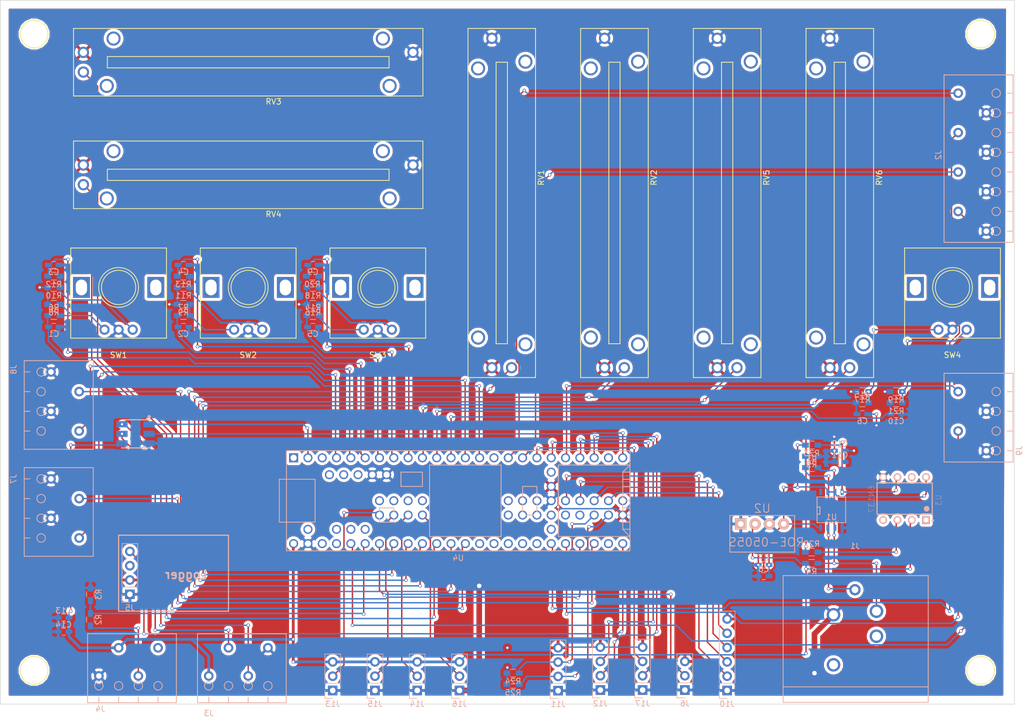
<source format=kicad_pcb>
(kicad_pcb (version 4) (host pcbnew 4.0.6+dfsg1-1)
  (layers (0 F.Cu signal) (31 B.Cu signal) (34 B.Paste user) (35 F.Paste user) (36 B.SilkS user) (37 F.SilkS user) (38 B.Mask user) (39 F.Mask user) (44 Edge.Cuts user))
  (net 0 "")
  (net 1 HUE_0_A)
  (net 2 GND)
  (net 3 HUE_1_A)
  (net 4 HUE_0_B)
  (net 5 HUE_1_B)
  (net 6 HUE_2_A)
  (net 7 TEMPO_A)
  (net 8 VDMX)
  (net 9 HUE_2_B)
  (net 10 TEMPO_B)
  (net 11 +3V3)
  (net 12 "Net-(D1-Pad6)")
  (net 13 "Net-(D1-Pad5)")
  (net 14 +5V)
  (net 15 SPI_LED_SCK)
  (net 16 SPI_LED_MOSI)
  (net 17 "Net-(J1-Pad3)")
  (net 18 "Net-(J1-Pad2)")
  (net 19 PREV_EFFECT_LED)
  (net 20 PREV_EFFECT)
  (net 21 NEXT_EFFECT_LED)
  (net 22 NEXT_EFFECT)
  (net 23 +BATT)
  (net 24 "Net-(J5-Pad3)")
  (net 25 SERIAL_LOG_OUT)
  (net 26 MIC_IN)
  (net 27 TEMPO_TAP_LED)
  (net 28 TEMPO_TAP)
  (net 29 ORIENTATION_LED)
  (net 30 ORIENTATION)
  (net 31 ON_BUTTON_LED)
  (net 32 ON_BUTTON)
  (net 33 AUX_CS)
  (net 34 AUX_MOSI)
  (net 35 AUX_MISO)
  (net 36 AUX_SCK)
  (net 37 SCL0)
  (net 38 SDA0)
  (net 39 AUX_PIN_2)
  (net 40 AUX_PIN_1)
  (net 41 MOTION_1)
  (net 42 MOTION_3)
  (net 43 MOTION_2)
  (net 44 MOTION_4)
  (net 45 AUX_RX)
  (net 46 AUX_TX)
  (net 47 VBATT_DIV)
  (net 48 "Net-(R6-Pad1)")
  (net 49 "Net-(R7-Pad1)")
  (net 50 "Net-(R10-Pad2)")
  (net 51 "Net-(R11-Pad2)")
  (net 52 "Net-(R14-Pad1)")
  (net 53 "Net-(R15-Pad1)")
  (net 54 "Net-(R18-Pad2)")
  (net 55 "Net-(R19-Pad2)")
  (net 56 "Net-(R22-Pad1)")
  (net 57 DMX_3V3)
  (net 58 DMX_3V3_ISO)
  (net 59 TILT)
  (net 60 HEIGHT)
  (net 61 PAN)
  (net 62 WIDTH)
  (net 63 DENSITY)
  (net 64 PARAM)
  (net 65 "Net-(U1-Pad1)")
  (net 66 "Net-(U3-Pad7)")
  (net 67 "Net-(U4-Pad15)")
  (net 68 "Net-(U4-Pad23)")
  (net 69 "Net-(U4-Pad25)")
  (net 70 "Net-(U4-Pad28)")
  (net 71 "Net-(U4-Pad29)")
  (net 72 "Net-(U4-Pad31)")
  (net 73 "Net-(U4-Pad36)")
  (net 74 "Net-(U4-Pad37)")
  (net 75 "Net-(U4-Pad3)")
  (net 76 "Net-(U4-Pad1)")
  (net 77 "Net-(U4-Pad38)")
  (net 78 "Net-(U4-Pad39)")
  (net 79 "Net-(U4-Pad40)")
  (net 80 "Net-(U4-Pad50)")
  (net 81 "Net-(U4-Pad51)")
  (net 82 "Net-(U4-Pad54)")
  (net 83 "Net-(U4-Pad55)")
  (net 84 "Net-(U4-Pad56)")
  (net 85 "Net-(U4-Pad57)")
  (net 86 "Net-(U4-Pad63)")
  (net 87 "Net-(U4-Pad64)")
  (net 88 "Net-(U4-Pad65)")
  (net 89 "Net-(U4-Pad66)")
  (net 90 "Net-(U4-Pad67)")
  (net 91 "Net-(U4-Pad68)")
  (net 92 "Net-(U4-Pad69)")
  (net 93 "Net-(U4-Pad74)")
  (net 94 "Net-(U4-Pad78)")
  (net 95 "Net-(U4-Pad79)")
  (net 96 "Net-(U4-Pad80)")
  (net 97 "Net-(U4-Pad81)")
  (net 98 "Net-(U4-Pad82)")
  (net 99 "Net-(U4-Pad58)")
  (net 100 "Net-(U4-Pad59)")
  (net 101 "Net-(U4-Pad60)")
  (module Capacitors_SMD:C_0603_HandSoldering (layer B.Cu) (at 30.5 97)
    (fp_text reference C1 (at 0 1.25) (layer B.SilkS) (effects (justify mirror)))
    (fp_text value .01uF)
    (pad 1 smd rect (at -0.95 0) (size 1.2 0.75) (layers B.Cu B.Paste B.Mask) (net 1 HUE_0_A))
    (pad 2 smd rect (at 0.95 0) (size 1.2 0.75) (layers B.Cu B.Paste B.Mask) (net 2 GND))
  )
  (module Capacitors_SMD:C_0603_HandSoldering (layer B.Cu) (at 53.5 97)
    (fp_text reference C2 (at 0 1.25) (layer B.SilkS) (effects (justify mirror)))
    (fp_text value .01uF)
    (pad 1 smd rect (at -0.95 0) (size 1.2 0.75) (layers B.Cu B.Paste B.Mask) (net 3 HUE_1_A))
    (pad 2 smd rect (at 0.95 0) (size 1.2 0.75) (layers B.Cu B.Paste B.Mask) (net 2 GND))
  )
  (module Capacitors_SMD:C_0603_HandSoldering (layer B.Cu) (at 30.5 86)
    (fp_text reference C3 (at 0 1.25) (layer B.SilkS) (effects (justify mirror)))
    (fp_text value .01uF)
    (pad 1 smd rect (at -0.95 0) (size 1.2 0.75) (layers B.Cu B.Paste B.Mask) (net 4 HUE_0_B))
    (pad 2 smd rect (at 0.95 0) (size 1.2 0.75) (layers B.Cu B.Paste B.Mask) (net 2 GND))
  )
  (module Capacitors_SMD:C_0603_HandSoldering (layer B.Cu) (at 53.5 86)
    (fp_text reference C4 (at 0 1.25) (layer B.SilkS) (effects (justify mirror)))
    (fp_text value .01uF)
    (pad 1 smd rect (at -0.95 0) (size 1.2 0.75) (layers B.Cu B.Paste B.Mask) (net 5 HUE_1_B))
    (pad 2 smd rect (at 0.95 0) (size 1.2 0.75) (layers B.Cu B.Paste B.Mask) (net 2 GND))
  )
  (module Capacitors_SMD:C_0603_HandSoldering (layer B.Cu) (at 76.5 97)
    (fp_text reference C5 (at 0 1.25) (layer B.SilkS) (effects (justify mirror)))
    (fp_text value .01uF)
    (pad 1 smd rect (at -0.95 0) (size 1.2 0.75) (layers B.Cu B.Paste B.Mask) (net 6 HUE_2_A))
    (pad 2 smd rect (at 0.95 0) (size 1.2 0.75) (layers B.Cu B.Paste B.Mask) (net 2 GND))
  )
  (module Capacitors_SMD:C_0603_HandSoldering (layer B.Cu) (at 174 112.5)
    (fp_text reference C6 (at 0 1.25) (layer B.SilkS) (effects (justify mirror)))
    (fp_text value .01uF)
    (pad 1 smd rect (at -0.95 0) (size 1.2 0.75) (layers B.Cu B.Paste B.Mask) (net 7 TEMPO_A))
    (pad 2 smd rect (at 0.95 0) (size 1.2 0.75) (layers B.Cu B.Paste B.Mask) (net 2 GND))
  )
  (module Capacitors_SMD:C_0603_HandSoldering (layer B.Cu) (at 156.484588 139.277576 180)
    (fp_text reference C7 (at 0 1.25 180) (layer B.SilkS) (effects (justify mirror)))
    (fp_text value .01uF)
    (pad 1 smd rect (at -0.95 0 180) (size 1.2 0.75) (layers B.Cu B.Paste B.Mask) (net 8 VDMX))
    (pad 2 smd rect (at 0.95 0 180) (size 1.2 0.75) (layers B.Cu B.Paste B.Mask) (net 2 GND))
  )
  (module Capacitors_SMD:C_0603_HandSoldering (layer B.Cu) (at 156.484588 141.277576 180)
    (fp_text reference C8 (at 0 1.25 180) (layer B.SilkS) (effects (justify mirror)))
    (fp_text value 10uF)
    (pad 1 smd rect (at -0.95 0 180) (size 1.2 0.75) (layers B.Cu B.Paste B.Mask) (net 8 VDMX))
    (pad 2 smd rect (at 0.95 0 180) (size 1.2 0.75) (layers B.Cu B.Paste B.Mask) (net 2 GND))
  )
  (module Capacitors_SMD:C_0603_HandSoldering (layer B.Cu) (at 76.5 86)
    (fp_text reference C9 (at 0 1.25) (layer B.SilkS) (effects (justify mirror)))
    (fp_text value .01uF)
    (pad 1 smd rect (at -0.95 0) (size 1.2 0.75) (layers B.Cu B.Paste B.Mask) (net 9 HUE_2_B))
    (pad 2 smd rect (at 0.95 0) (size 1.2 0.75) (layers B.Cu B.Paste B.Mask) (net 2 GND))
  )
  (module Capacitors_SMD:C_0603_HandSoldering (layer B.Cu) (at 180 112.5)
    (fp_text reference C10 (at 0 1.25) (layer B.SilkS) (effects (justify mirror)))
    (fp_text value .01uF)
    (pad 1 smd rect (at -0.95 0) (size 1.2 0.75) (layers B.Cu B.Paste B.Mask) (net 10 TEMPO_B))
    (pad 2 smd rect (at 0.95 0) (size 1.2 0.75) (layers B.Cu B.Paste B.Mask) (net 2 GND))
  )
  (module Capacitors_SMD:C_0603_HandSoldering (layer B.Cu) (at 170 121 180)
    (fp_text reference C11 (at 0 1.25 180) (layer B.SilkS) (effects (justify mirror)))
    (fp_text value .01uF)
    (pad 1 smd rect (at -0.95 0 180) (size 1.2 0.75) (layers B.Cu B.Paste B.Mask) (net 11 +3V3))
    (pad 2 smd rect (at 0.95 0 180) (size 1.2 0.75) (layers B.Cu B.Paste B.Mask) (net 2 GND))
  )
  (module Capacitors_SMD:C_0603_HandSoldering (layer B.Cu) (at 170 119 180)
    (fp_text reference C12 (at 0 1.25 180) (layer B.SilkS) (effects (justify mirror)))
    (fp_text value 10uF)
    (pad 1 smd rect (at -0.95 0 180) (size 1.2 0.75) (layers B.Cu B.Paste B.Mask) (net 11 +3V3))
    (pad 2 smd rect (at 0.95 0 180) (size 1.2 0.75) (layers B.Cu B.Paste B.Mask) (net 2 GND))
  )
  (module Sparkfun-LED:APA102C (layer B.Cu) (at 45 116)
    (fp_text reference D1 hide)
    (fp_text value APA102C hide)
    (pad 6 smd rect (at -2.4 -1.700001 180) (size 2 1.1) (layers B.Cu B.Paste B.Mask) (net 12 "Net-(D1-Pad6)"))
    (pad 5 smd rect (at -2.399998 0 180) (size 2 1.1) (layers B.Cu B.Paste B.Mask) (net 13 "Net-(D1-Pad5)"))
    (pad 4 smd rect (at -2.4 1.7 180) (size 2 1.1) (layers B.Cu B.Paste B.Mask) (net 14 +5V))
    (pad 3 smd rect (at 2.4 1.700001) (size 2 1.1) (layers B.Cu B.Paste B.Mask) (net 2 GND))
    (pad 2 smd rect (at 2.399998 0) (size 2 1.1) (layers B.Cu B.Paste B.Mask) (net 15 SPI_LED_SCK))
    (pad 1 smd rect (at 2.4 -1.7) (size 2 1.1) (layers B.Cu B.Paste B.Mask) (net 16 SPI_LED_MOSI))
  )
  (module homebrew:1985250_phoenix_8pos_3.5mm (layer B.Cu) (at 196 80 270)
    (fp_text reference J2 (at -13.5 8.5 270) (layer B.SilkS) (effects (justify mirror)))
    (fp_text value CONN_01X08)
    (pad 1 thru_hole circle (at 0 0 270) (size 1.7 1.7) (drill 1) (layers *.Cu *.Mask) (net 2 GND))
    (pad 2 thru_hole circle (at -3.5 5 270) (size 1.7 1.7) (drill 1) (layers *.Cu *.Mask) (net 19 PREV_EFFECT_LED))
    (pad 3 thru_hole circle (at -7 0 270) (size 1.7 1.7) (drill 1) (layers *.Cu *.Mask) (net 2 GND))
    (pad 4 thru_hole circle (at -10.5 5 270) (size 1.7 1.7) (drill 1) (layers *.Cu *.Mask) (net 20 PREV_EFFECT))
    (pad 5 thru_hole circle (at -14 0 270) (size 1.7 1.7) (drill 1) (layers *.Cu *.Mask) (net 2 GND))
    (pad 7 thru_hole circle (at -21 0 270) (size 1.7 1.7) (drill 1) (layers *.Cu *.Mask) (net 2 GND))
    (pad 6 thru_hole circle (at -17.5 5 270) (size 1.7 1.7) (drill 1) (layers *.Cu *.Mask) (net 21 NEXT_EFFECT_LED))
    (pad 8 thru_hole circle (at -24.5 5 270) (size 1.7 1.7) (drill 1) (layers *.Cu *.Mask) (net 22 NEXT_EFFECT))
  )
  (module homebrew:1985218_phoenix_4pos_3.5mm (layer B.Cu) (at 58 159 180)
    (fp_text reference J3 (at 0 -6.627325 180) (layer B.SilkS) (effects (justify mirror)))
    (fp_text value CONN_01X04)
    (pad 1 thru_hole circle (at 0 0 180) (size 1.7 1.7) (drill 1) (layers *.Cu *.Mask) (net 14 +5V))
    (pad 2 thru_hole circle (at -3.5 5 180) (size 1.7 1.7) (drill 1) (layers *.Cu *.Mask) (net 13 "Net-(D1-Pad5)"))
    (pad 3 thru_hole circle (at -7 0 180) (size 1.7 1.7) (drill 1) (layers *.Cu *.Mask) (net 12 "Net-(D1-Pad6)"))
    (pad 4 thru_hole circle (at -10.5 5 180) (size 1.7 1.7) (drill 1) (layers *.Cu *.Mask) (net 2 GND))
  )
  (module homebrew:1985218_phoenix_4pos_3.5mm (layer B.Cu) (at 38.5 159 180)
    (fp_text reference J4 (at -0.255001 -5.847325 180) (layer B.SilkS) (effects (justify mirror)))
    (fp_text value CONN_01X03)
    (pad 1 thru_hole circle (at 0 0 180) (size 1.7 1.7) (drill 1) (layers *.Cu *.Mask) (net 2 GND))
    (pad 2 thru_hole circle (at -3.5 5 180) (size 1.7 1.7) (drill 1) (layers *.Cu *.Mask) (net 14 +5V))
    (pad 3 thru_hole circle (at -7 0 180) (size 1.7 1.7) (drill 1) (layers *.Cu *.Mask) (net 23 +BATT))
    (pad 4 thru_hole circle (at -10.5 5 180) (size 1.7 1.7) (drill 1) (layers *.Cu *.Mask))
  )
  (module Pin_Headers:Pin_Header_Straight_1x04_Pitch2.54mm (layer B.Cu) (at 44 144.5)
    (fp_text reference J5 (at 0 2.39) (layer B.SilkS) (effects (justify mirror)))
    (fp_text value CONN_01X04)
    (pad 1 thru_hole rect (at 0 0) (size 1.7 1.7) (drill 1) (layers *.Cu *.Mask) (net 2 GND))
    (pad 2 thru_hole oval (at 0 -2.54) (size 1.7 1.7) (drill 1) (layers *.Cu *.Mask) (net 11 +3V3))
    (pad 3 thru_hole oval (at 0 -5.08) (size 1.7 1.7) (drill 1) (layers *.Cu *.Mask) (net 24 "Net-(J5-Pad3)"))
    (pad 4 thru_hole oval (at 0 -7.62) (size 1.7 1.7) (drill 1) (layers *.Cu *.Mask) (net 25 SERIAL_LOG_OUT))
  )
  (module Pin_Headers:Pin_Header_Straight_1x03_Pitch2.54mm (layer B.Cu) (at 142.5 161.5)
    (fp_text reference J6 (at 0 2.39) (layer B.SilkS) (effects (justify mirror)))
    (fp_text value CONN_01X03)
    (pad 1 thru_hole rect (at 0 0) (size 1.7 1.7) (drill 1) (layers *.Cu *.Mask) (net 2 GND))
    (pad 2 thru_hole oval (at 0 -2.54) (size 1.7 1.7) (drill 1) (layers *.Cu *.Mask) (net 26 MIC_IN))
    (pad 3 thru_hole oval (at 0 -5.08) (size 1.7 1.7) (drill 1) (layers *.Cu *.Mask) (net 11 +3V3))
  )
  (module homebrew:1985218_phoenix_4pos_3.5mm (layer B.Cu) (at 30 124 90)
    (fp_text reference J7 (at 0 -6.627325 90) (layer B.SilkS) (effects (justify mirror)))
    (fp_text value CONN_01X04)
    (pad 1 thru_hole circle (at 0 0 90) (size 1.7 1.7) (drill 1) (layers *.Cu *.Mask) (net 2 GND))
    (pad 2 thru_hole circle (at -3.5 5 90) (size 1.7 1.7) (drill 1) (layers *.Cu *.Mask) (net 27 TEMPO_TAP_LED))
    (pad 3 thru_hole circle (at -7 0 90) (size 1.7 1.7) (drill 1) (layers *.Cu *.Mask) (net 2 GND))
    (pad 4 thru_hole circle (at -10.5 5 90) (size 1.7 1.7) (drill 1) (layers *.Cu *.Mask) (net 28 TEMPO_TAP))
  )
  (module homebrew:1985218_phoenix_4pos_3.5mm (layer B.Cu) (at 30 105 90)
    (fp_text reference J8 (at 0.424999 -6.627325 90) (layer B.SilkS) (effects (justify mirror)))
    (fp_text value CONN_01X04)
    (pad 1 thru_hole circle (at 0 0 90) (size 1.7 1.7) (drill 1) (layers *.Cu *.Mask) (net 2 GND))
    (pad 2 thru_hole circle (at -3.5 5 90) (size 1.7 1.7) (drill 1) (layers *.Cu *.Mask) (net 29 ORIENTATION_LED))
    (pad 3 thru_hole circle (at -7 0 90) (size 1.7 1.7) (drill 1) (layers *.Cu *.Mask) (net 2 GND))
    (pad 4 thru_hole circle (at -10.5 5 90) (size 1.7 1.7) (drill 1) (layers *.Cu *.Mask) (net 30 ORIENTATION))
  )
  (module homebrew:1985218_phoenix_4pos_3.5mm (layer B.Cu) (at 196 119 270)
    (fp_text reference J9 (at 0 -5.847325 270) (layer B.SilkS) (effects (justify mirror)))
    (fp_text value CONN_01X04)
    (pad 1 thru_hole circle (at 0 0 270) (size 1.7 1.7) (drill 1) (layers *.Cu *.Mask) (net 2 GND))
    (pad 2 thru_hole circle (at -3.5 5 270) (size 1.7 1.7) (drill 1) (layers *.Cu *.Mask) (net 31 ON_BUTTON_LED))
    (pad 3 thru_hole circle (at -7 0 270) (size 1.7 1.7) (drill 1) (layers *.Cu *.Mask) (net 2 GND))
    (pad 4 thru_hole circle (at -10.5 5 270) (size 1.7 1.7) (drill 1) (layers *.Cu *.Mask) (net 32 ON_BUTTON))
  )
  (module Pin_Headers:Pin_Header_Straight_1x06_Pitch2.54mm (layer B.Cu) (at 150 161.58)
    (fp_text reference J10 (at 0 2.39) (layer B.SilkS) (effects (justify mirror)))
    (fp_text value CONN_01X06)
    (pad 1 thru_hole rect (at 0 0) (size 1.7 1.7) (drill 1) (layers *.Cu *.Mask) (net 2 GND))
    (pad 2 thru_hole oval (at 0 -2.54) (size 1.7 1.7) (drill 1) (layers *.Cu *.Mask) (net 33 AUX_CS))
    (pad 3 thru_hole oval (at 0 -5.08) (size 1.7 1.7) (drill 1) (layers *.Cu *.Mask) (net 34 AUX_MOSI))
    (pad 4 thru_hole oval (at 0 -7.62) (size 1.7 1.7) (drill 1) (layers *.Cu *.Mask) (net 35 AUX_MISO))
    (pad 5 thru_hole oval (at 0 -10.16) (size 1.7 1.7) (drill 1) (layers *.Cu *.Mask) (net 36 AUX_SCK))
    (pad 6 thru_hole oval (at 0 -12.7) (size 1.7 1.7) (drill 1) (layers *.Cu *.Mask) (net 11 +3V3))
  )
  (module Pin_Headers:Pin_Header_Straight_1x04_Pitch2.54mm (layer B.Cu) (at 120 161.62)
    (fp_text reference J11 (at 0 2.39) (layer B.SilkS) (effects (justify mirror)))
    (fp_text value CONN_01X04)
    (pad 1 thru_hole rect (at 0 0) (size 1.7 1.7) (drill 1) (layers *.Cu *.Mask) (net 2 GND))
    (pad 2 thru_hole oval (at 0 -2.54) (size 1.7 1.7) (drill 1) (layers *.Cu *.Mask) (net 37 SCL0))
    (pad 3 thru_hole oval (at 0 -5.08) (size 1.7 1.7) (drill 1) (layers *.Cu *.Mask) (net 38 SDA0))
    (pad 4 thru_hole oval (at 0 -7.62) (size 1.7 1.7) (drill 1) (layers *.Cu *.Mask) (net 11 +3V3))
  )
  (module Pin_Headers:Pin_Header_Straight_1x04_Pitch2.54mm (layer B.Cu) (at 127.5 161.5)
    (fp_text reference J12 (at 0 2.39) (layer B.SilkS) (effects (justify mirror)))
    (fp_text value CONN_01X04)
    (pad 1 thru_hole rect (at 0 0) (size 1.7 1.7) (drill 1) (layers *.Cu *.Mask) (net 2 GND))
    (pad 2 thru_hole oval (at 0 -2.54) (size 1.7 1.7) (drill 1) (layers *.Cu *.Mask) (net 39 AUX_PIN_2))
    (pad 3 thru_hole oval (at 0 -5.08) (size 1.7 1.7) (drill 1) (layers *.Cu *.Mask) (net 40 AUX_PIN_1))
    (pad 4 thru_hole oval (at 0 -7.62) (size 1.7 1.7) (drill 1) (layers *.Cu *.Mask) (net 11 +3V3))
  )
  (module Pin_Headers:Pin_Header_Straight_1x03_Pitch2.54mm (layer B.Cu) (at 80 161.58)
    (fp_text reference J13 (at 0 2.39) (layer B.SilkS) (effects (justify mirror)))
    (fp_text value CONN_01X03)
    (pad 1 thru_hole rect (at 0 0) (size 1.7 1.7) (drill 1) (layers *.Cu *.Mask) (net 2 GND))
    (pad 2 thru_hole oval (at 0 -2.54) (size 1.7 1.7) (drill 1) (layers *.Cu *.Mask) (net 41 MOTION_1))
    (pad 3 thru_hole oval (at 0 -5.08) (size 1.7 1.7) (drill 1) (layers *.Cu *.Mask) (net 14 +5V))
  )
  (module Pin_Headers:Pin_Header_Straight_1x03_Pitch2.54mm (layer B.Cu) (at 95 161.58)
    (fp_text reference J14 (at 0 2.39) (layer B.SilkS) (effects (justify mirror)))
    (fp_text value CONN_01X03)
    (pad 1 thru_hole rect (at 0 0) (size 1.7 1.7) (drill 1) (layers *.Cu *.Mask) (net 2 GND))
    (pad 2 thru_hole oval (at 0 -2.54) (size 1.7 1.7) (drill 1) (layers *.Cu *.Mask) (net 42 MOTION_3))
    (pad 3 thru_hole oval (at 0 -5.08) (size 1.7 1.7) (drill 1) (layers *.Cu *.Mask) (net 14 +5V))
  )
  (module Pin_Headers:Pin_Header_Straight_1x03_Pitch2.54mm (layer B.Cu) (at 87.5 161.58)
    (fp_text reference J15 (at 0 2.39) (layer B.SilkS) (effects (justify mirror)))
    (fp_text value CONN_01X03)
    (pad 1 thru_hole rect (at 0 0) (size 1.7 1.7) (drill 1) (layers *.Cu *.Mask) (net 2 GND))
    (pad 2 thru_hole oval (at 0 -2.54) (size 1.7 1.7) (drill 1) (layers *.Cu *.Mask) (net 43 MOTION_2))
    (pad 3 thru_hole oval (at 0 -5.08) (size 1.7 1.7) (drill 1) (layers *.Cu *.Mask) (net 14 +5V))
  )
  (module Pin_Headers:Pin_Header_Straight_1x03_Pitch2.54mm (layer B.Cu) (at 102.5 161.58)
    (fp_text reference J16 (at 0 2.39) (layer B.SilkS) (effects (justify mirror)))
    (fp_text value CONN_01X03)
    (pad 1 thru_hole rect (at 0 0) (size 1.7 1.7) (drill 1) (layers *.Cu *.Mask) (net 2 GND))
    (pad 2 thru_hole oval (at 0 -2.54) (size 1.7 1.7) (drill 1) (layers *.Cu *.Mask) (net 44 MOTION_4))
    (pad 3 thru_hole oval (at 0 -5.08) (size 1.7 1.7) (drill 1) (layers *.Cu *.Mask) (net 14 +5V))
  )
  (module Pin_Headers:Pin_Header_Straight_1x04_Pitch2.54mm (layer B.Cu) (at 135 161.5)
    (fp_text reference J17 (at 0 2.39) (layer B.SilkS) (effects (justify mirror)))
    (fp_text value CONN_01X04)
    (pad 1 thru_hole rect (at 0 0) (size 1.7 1.7) (drill 1) (layers *.Cu *.Mask) (net 2 GND))
    (pad 2 thru_hole oval (at 0 -2.54) (size 1.7 1.7) (drill 1) (layers *.Cu *.Mask) (net 45 AUX_RX))
    (pad 3 thru_hole oval (at 0 -5.08) (size 1.7 1.7) (drill 1) (layers *.Cu *.Mask) (net 46 AUX_TX))
    (pad 4 thru_hole oval (at 0 -7.62) (size 1.7 1.7) (drill 1) (layers *.Cu *.Mask) (net 11 +3V3))
  )
  (module Resistors_SMD:R_0603_HandSoldering (layer B.Cu) (at 165 122 180)
    (fp_text reference R1 (at 0 1.45 180) (layer B.SilkS) (effects (justify mirror)))
    (fp_text value 120)
    (pad 1 smd rect (at -1.1 0 180) (size 1.2 0.9) (layers B.Cu B.Paste B.Mask) (net 18 "Net-(J1-Pad2)"))
    (pad 2 smd rect (at 1.1 0 180) (size 1.2 0.9) (layers B.Cu B.Paste B.Mask) (net 17 "Net-(J1-Pad3)"))
  )
  (module Resistors_SMD:R_0603_HandSoldering (layer B.Cu) (at 37 149 90)
    (fp_text reference R2 (at 0 1.45 90) (layer B.SilkS) (effects (justify mirror)))
    (fp_text value 3k3)
    (pad 1 smd rect (at -1.1 0 90) (size 1.2 0.9) (layers B.Cu B.Paste B.Mask) (net 23 +BATT))
    (pad 2 smd rect (at 1.1 0 90) (size 1.2 0.9) (layers B.Cu B.Paste B.Mask) (net 47 VBATT_DIV))
  )
  (module Resistors_SMD:R_0603_HandSoldering (layer B.Cu) (at 37 144.5 90)
    (fp_text reference R3 (at 0 1.45 90) (layer B.SilkS) (effects (justify mirror)))
    (fp_text value 1k)
    (pad 1 smd rect (at -1.1 0 90) (size 1.2 0.9) (layers B.Cu B.Paste B.Mask) (net 47 VBATT_DIV))
    (pad 2 smd rect (at 1.1 0 90) (size 1.2 0.9) (layers B.Cu B.Paste B.Mask) (net 2 GND))
  )
  (module Resistors_SMD:R_0603_HandSoldering (layer B.Cu) (at 165 139)
    (fp_text reference R4 (at 0 1.45) (layer B.SilkS) (effects (justify mirror)))
    (fp_text value 562)
    (pad 1 smd rect (at -1.1 0) (size 1.2 0.9) (layers B.Cu B.Paste B.Mask) (net 14 +5V))
    (pad 2 smd rect (at 1.1 0) (size 1.2 0.9) (layers B.Cu B.Paste B.Mask) (net 18 "Net-(J1-Pad2)"))
  )
  (module Resistors_SMD:R_0603_HandSoldering (layer B.Cu) (at 165 120)
    (fp_text reference R5 (at 0 1.45) (layer B.SilkS) (effects (justify mirror)))
    (fp_text value 562)
    (pad 1 smd rect (at -1.1 0) (size 1.2 0.9) (layers B.Cu B.Paste B.Mask) (net 17 "Net-(J1-Pad3)"))
    (pad 2 smd rect (at 1.1 0) (size 1.2 0.9) (layers B.Cu B.Paste B.Mask) (net 2 GND))
  )
  (module Resistors_SMD:R_0603_HandSoldering (layer B.Cu) (at 30.5 95 180)
    (fp_text reference R6 (at 0 1.45 180) (layer B.SilkS) (effects (justify mirror)))
    (fp_text value 10k)
    (pad 1 smd rect (at -1.1 0 180) (size 1.2 0.9) (layers B.Cu B.Paste B.Mask) (net 48 "Net-(R6-Pad1)"))
    (pad 2 smd rect (at 1.1 0 180) (size 1.2 0.9) (layers B.Cu B.Paste B.Mask) (net 1 HUE_0_A))
  )
  (module Resistors_SMD:R_0603_HandSoldering (layer B.Cu) (at 53.5 95 180)
    (fp_text reference R7 (at 0 1.45 180) (layer B.SilkS) (effects (justify mirror)))
    (fp_text value 10k)
    (pad 1 smd rect (at -1.1 0 180) (size 1.2 0.9) (layers B.Cu B.Paste B.Mask) (net 49 "Net-(R7-Pad1)"))
    (pad 2 smd rect (at 1.1 0 180) (size 1.2 0.9) (layers B.Cu B.Paste B.Mask) (net 3 HUE_1_A))
  )
  (module Resistors_SMD:R_0603_HandSoldering (layer B.Cu) (at 30.5 93)
    (fp_text reference R8 (at 0 1.45) (layer B.SilkS) (effects (justify mirror)))
    (fp_text value 10k)
    (pad 1 smd rect (at -1.1 0) (size 1.2 0.9) (layers B.Cu B.Paste B.Mask) (net 11 +3V3))
    (pad 2 smd rect (at 1.1 0) (size 1.2 0.9) (layers B.Cu B.Paste B.Mask) (net 48 "Net-(R6-Pad1)"))
  )
  (module Resistors_SMD:R_0603_HandSoldering (layer B.Cu) (at 53.5 93)
    (fp_text reference R9 (at 0 1.45) (layer B.SilkS) (effects (justify mirror)))
    (fp_text value 10k)
    (pad 1 smd rect (at -1.1 0) (size 1.2 0.9) (layers B.Cu B.Paste B.Mask) (net 11 +3V3))
    (pad 2 smd rect (at 1.1 0) (size 1.2 0.9) (layers B.Cu B.Paste B.Mask) (net 49 "Net-(R7-Pad1)"))
  )
  (module Resistors_SMD:R_0603_HandSoldering (layer B.Cu) (at 30.5 90)
    (fp_text reference R10 (at 0 1.45) (layer B.SilkS) (effects (justify mirror)))
    (fp_text value 10k)
    (pad 1 smd rect (at -1.1 0) (size 1.2 0.9) (layers B.Cu B.Paste B.Mask) (net 11 +3V3))
    (pad 2 smd rect (at 1.1 0) (size 1.2 0.9) (layers B.Cu B.Paste B.Mask) (net 50 "Net-(R10-Pad2)"))
  )
  (module Resistors_SMD:R_0603_HandSoldering (layer B.Cu) (at 53.5 90)
    (fp_text reference R11 (at 0 1.45) (layer B.SilkS) (effects (justify mirror)))
    (fp_text value 10k)
    (pad 1 smd rect (at -1.1 0) (size 1.2 0.9) (layers B.Cu B.Paste B.Mask) (net 11 +3V3))
    (pad 2 smd rect (at 1.1 0) (size 1.2 0.9) (layers B.Cu B.Paste B.Mask) (net 51 "Net-(R11-Pad2)"))
  )
  (module Resistors_SMD:R_0603_HandSoldering (layer B.Cu) (at 30.5 88)
    (fp_text reference R12 (at 0 1.45) (layer B.SilkS) (effects (justify mirror)))
    (fp_text value 10k)
    (pad 1 smd rect (at -1.1 0) (size 1.2 0.9) (layers B.Cu B.Paste B.Mask) (net 4 HUE_0_B))
    (pad 2 smd rect (at 1.1 0) (size 1.2 0.9) (layers B.Cu B.Paste B.Mask) (net 50 "Net-(R10-Pad2)"))
  )
  (module Resistors_SMD:R_0603_HandSoldering (layer B.Cu) (at 53.5 88)
    (fp_text reference R13 (at 0 1.45) (layer B.SilkS) (effects (justify mirror)))
    (fp_text value 10k)
    (pad 1 smd rect (at -1.1 0) (size 1.2 0.9) (layers B.Cu B.Paste B.Mask) (net 5 HUE_1_B))
    (pad 2 smd rect (at 1.1 0) (size 1.2 0.9) (layers B.Cu B.Paste B.Mask) (net 51 "Net-(R11-Pad2)"))
  )
  (module Resistors_SMD:R_0603_HandSoldering (layer B.Cu) (at 76.5 95 180)
    (fp_text reference R14 (at 0 1.45 180) (layer B.SilkS) (effects (justify mirror)))
    (fp_text value 10k)
    (pad 1 smd rect (at -1.1 0 180) (size 1.2 0.9) (layers B.Cu B.Paste B.Mask) (net 52 "Net-(R14-Pad1)"))
    (pad 2 smd rect (at 1.1 0 180) (size 1.2 0.9) (layers B.Cu B.Paste B.Mask) (net 6 HUE_2_A))
  )
  (module Resistors_SMD:R_0603_HandSoldering (layer B.Cu) (at 174 110.5 180)
    (fp_text reference R15 (at 0 1.45 180) (layer B.SilkS) (effects (justify mirror)))
    (fp_text value 10k)
    (pad 1 smd rect (at -1.1 0 180) (size 1.2 0.9) (layers B.Cu B.Paste B.Mask) (net 53 "Net-(R15-Pad1)"))
    (pad 2 smd rect (at 1.1 0 180) (size 1.2 0.9) (layers B.Cu B.Paste B.Mask) (net 7 TEMPO_A))
  )
  (module Resistors_SMD:R_0603_HandSoldering (layer B.Cu) (at 76.5 93)
    (fp_text reference R16 (at 0 1.45) (layer B.SilkS) (effects (justify mirror)))
    (fp_text value 10k)
    (pad 1 smd rect (at -1.1 0) (size 1.2 0.9) (layers B.Cu B.Paste B.Mask) (net 11 +3V3))
    (pad 2 smd rect (at 1.1 0) (size 1.2 0.9) (layers B.Cu B.Paste B.Mask) (net 52 "Net-(R14-Pad1)"))
  )
  (module Resistors_SMD:R_0603_HandSoldering (layer B.Cu) (at 174 108.5)
    (fp_text reference R17 (at 0 1.45) (layer B.SilkS) (effects (justify mirror)))
    (fp_text value 10k)
    (pad 1 smd rect (at -1.1 0) (size 1.2 0.9) (layers B.Cu B.Paste B.Mask) (net 11 +3V3))
    (pad 2 smd rect (at 1.1 0) (size 1.2 0.9) (layers B.Cu B.Paste B.Mask) (net 53 "Net-(R15-Pad1)"))
  )
  (module Resistors_SMD:R_0603_HandSoldering (layer B.Cu) (at 76.5 90)
    (fp_text reference R18 (at 0 1.45) (layer B.SilkS) (effects (justify mirror)))
    (fp_text value 10k)
    (pad 1 smd rect (at -1.1 0) (size 1.2 0.9) (layers B.Cu B.Paste B.Mask) (net 11 +3V3))
    (pad 2 smd rect (at 1.1 0) (size 1.2 0.9) (layers B.Cu B.Paste B.Mask) (net 54 "Net-(R18-Pad2)"))
  )
  (module Resistors_SMD:R_0603_HandSoldering (layer B.Cu) (at 180 108.5)
    (fp_text reference R19 (at 0 1.45) (layer B.SilkS) (effects (justify mirror)))
    (fp_text value 10k)
    (pad 1 smd rect (at -1.1 0) (size 1.2 0.9) (layers B.Cu B.Paste B.Mask) (net 11 +3V3))
    (pad 2 smd rect (at 1.1 0) (size 1.2 0.9) (layers B.Cu B.Paste B.Mask) (net 55 "Net-(R19-Pad2)"))
  )
  (module Resistors_SMD:R_0603_HandSoldering (layer B.Cu) (at 76.4 88)
    (fp_text reference R20 (at 0 1.45) (layer B.SilkS) (effects (justify mirror)))
    (fp_text value 10k)
    (pad 1 smd rect (at -1.1 0) (size 1.2 0.9) (layers B.Cu B.Paste B.Mask) (net 9 HUE_2_B))
    (pad 2 smd rect (at 1.1 0) (size 1.2 0.9) (layers B.Cu B.Paste B.Mask) (net 54 "Net-(R18-Pad2)"))
  )
  (module Resistors_SMD:R_0603_HandSoldering (layer B.Cu) (at 180 110.5)
    (fp_text reference R21 (at 0 1.45) (layer B.SilkS) (effects (justify mirror)))
    (fp_text value 10k)
    (pad 1 smd rect (at -1.1 0) (size 1.2 0.9) (layers B.Cu B.Paste B.Mask) (net 10 TEMPO_B))
    (pad 2 smd rect (at 1.1 0) (size 1.2 0.9) (layers B.Cu B.Paste B.Mask) (net 55 "Net-(R19-Pad2)"))
  )
  (module Resistors_SMD:R_0603_HandSoldering (layer B.Cu) (at 165 137 180)
    (fp_text reference R22 (at 0 1.45 180) (layer B.SilkS) (effects (justify mirror)))
    (fp_text value 470)
    (pad 1 smd rect (at -1.1 0 180) (size 1.2 0.9) (layers B.Cu B.Paste B.Mask) (net 56 "Net-(R22-Pad1)"))
    (pad 2 smd rect (at 1.1 0 180) (size 1.2 0.9) (layers B.Cu B.Paste B.Mask) (net 57 DMX_3V3))
  )
  (module Resistors_SMD:R_0603_HandSoldering (layer B.Cu) (at 165 118)
    (fp_text reference R23 (at 0 1.45) (layer B.SilkS) (effects (justify mirror)))
    (fp_text value 4k7)
    (pad 1 smd rect (at -1.1 0) (size 1.2 0.9) (layers B.Cu B.Paste B.Mask) (net 8 VDMX))
    (pad 2 smd rect (at 1.1 0) (size 1.2 0.9) (layers B.Cu B.Paste B.Mask) (net 58 DMX_3V3_ISO))
  )
  (module Resistors_SMD:R_0603_HandSoldering (layer B.Cu) (at 112 158.5)
    (fp_text reference R24 (at 0 1.45) (layer B.SilkS) (effects (justify mirror)))
    (fp_text value 4k7)
    (pad 1 smd rect (at -1.1 0) (size 1.2 0.9) (layers B.Cu B.Paste B.Mask) (net 11 +3V3))
    (pad 2 smd rect (at 1.1 0) (size 1.2 0.9) (layers B.Cu B.Paste B.Mask) (net 38 SDA0))
  )
  (module Resistors_SMD:R_0603_HandSoldering (layer B.Cu) (at 112 160.5)
    (fp_text reference R25 (at 0 1.45) (layer B.SilkS) (effects (justify mirror)))
    (fp_text value 4k7)
    (pad 1 smd rect (at -1.1 0) (size 1.2 0.9) (layers B.Cu B.Paste B.Mask) (net 11 +3V3))
    (pad 2 smd rect (at 1.1 0) (size 1.2 0.9) (layers B.Cu B.Paste B.Mask) (net 37 SCL0))
  )
  (module homebrew:BOURNS_SLIDE_POT_45MM (layer F.Cu) (at 110 75 90)
    (fp_text reference RV1 (at 4.5 7 90) (layer F.SilkS))
    (fp_text value POT)
    (pad 3 thru_hole circle (at 29.25 -1.75 90) (size 2 2) (drill 1.3) (layers *.Cu *.Mask) (net 2 GND))
    (pad 2 thru_hole circle (at -29.25 1.75 90) (size 2 2) (drill 1.3) (layers *.Cu *.Mask) (net 59 TILT))
    (pad 4 thru_hole circle (at 23.9 -4.2 90) (size 2.5 2.5) (drill 1.8) (layers *.Cu *.Mask))
    (pad 4 thru_hole circle (at -23.9 -4.2 90) (size 2.5 2.5) (drill 1.8) (layers *.Cu *.Mask))
    (pad 4 thru_hole circle (at 25.1 4.2 90) (size 2.5 2.5) (drill 1.8) (layers *.Cu *.Mask))
    (pad 4 thru_hole circle (at -25.1 4.2 90) (size 2.5 2.5) (drill 1.8) (layers *.Cu *.Mask))
    (pad 1 thru_hole circle (at -29.25 -1.75 90) (size 2 2) (drill 1.3) (layers *.Cu *.Mask) (net 11 +3V3))
  )
  (module homebrew:BOURNS_SLIDE_POT_45MM (layer F.Cu) (at 130 75 90)
    (fp_text reference RV2 (at 4.5 7 90) (layer F.SilkS))
    (fp_text value POT)
    (pad 3 thru_hole circle (at 29.25 -1.75 90) (size 2 2) (drill 1.3) (layers *.Cu *.Mask) (net 2 GND))
    (pad 2 thru_hole circle (at -29.25 1.75 90) (size 2 2) (drill 1.3) (layers *.Cu *.Mask) (net 60 HEIGHT))
    (pad 4 thru_hole circle (at 23.9 -4.2 90) (size 2.5 2.5) (drill 1.8) (layers *.Cu *.Mask))
    (pad 4 thru_hole circle (at -23.9 -4.2 90) (size 2.5 2.5) (drill 1.8) (layers *.Cu *.Mask))
    (pad 4 thru_hole circle (at 25.1 4.2 90) (size 2.5 2.5) (drill 1.8) (layers *.Cu *.Mask))
    (pad 4 thru_hole circle (at -25.1 4.2 90) (size 2.5 2.5) (drill 1.8) (layers *.Cu *.Mask))
    (pad 1 thru_hole circle (at -29.25 -1.75 90) (size 2 2) (drill 1.3) (layers *.Cu *.Mask) (net 11 +3V3))
  )
  (module homebrew:BOURNS_SLIDE_POT_45MM (layer F.Cu) (at 65 50)
    (fp_text reference RV3 (at 4.5 7) (layer F.SilkS))
    (fp_text value POT)
    (pad 3 thru_hole circle (at 29.25 -1.75) (size 2 2) (drill 1.3) (layers *.Cu *.Mask) (net 2 GND))
    (pad 2 thru_hole circle (at -29.25 1.75) (size 2 2) (drill 1.3) (layers *.Cu *.Mask) (net 61 PAN))
    (pad 4 thru_hole circle (at 23.9 -4.2) (size 2.5 2.5) (drill 1.8) (layers *.Cu *.Mask))
    (pad 4 thru_hole circle (at -23.9 -4.2) (size 2.5 2.5) (drill 1.8) (layers *.Cu *.Mask))
    (pad 4 thru_hole circle (at 25.1 4.2) (size 2.5 2.5) (drill 1.8) (layers *.Cu *.Mask))
    (pad 4 thru_hole circle (at -25.1 4.2) (size 2.5 2.5) (drill 1.8) (layers *.Cu *.Mask))
    (pad 1 thru_hole circle (at -29.25 -1.75) (size 2 2) (drill 1.3) (layers *.Cu *.Mask) (net 11 +3V3))
  )
  (module homebrew:BOURNS_SLIDE_POT_45MM (layer F.Cu) (at 65 70)
    (fp_text reference RV4 (at 4.5 7) (layer F.SilkS))
    (fp_text value POT)
    (pad 3 thru_hole circle (at 29.25 -1.75) (size 2 2) (drill 1.3) (layers *.Cu *.Mask) (net 2 GND))
    (pad 2 thru_hole circle (at -29.25 1.75) (size 2 2) (drill 1.3) (layers *.Cu *.Mask) (net 62 WIDTH))
    (pad 4 thru_hole circle (at 23.9 -4.2) (size 2.5 2.5) (drill 1.8) (layers *.Cu *.Mask))
    (pad 4 thru_hole circle (at -23.9 -4.2) (size 2.5 2.5) (drill 1.8) (layers *.Cu *.Mask))
    (pad 4 thru_hole circle (at 25.1 4.2) (size 2.5 2.5) (drill 1.8) (layers *.Cu *.Mask))
    (pad 4 thru_hole circle (at -25.1 4.2) (size 2.5 2.5) (drill 1.8) (layers *.Cu *.Mask))
    (pad 1 thru_hole circle (at -29.25 -1.75) (size 2 2) (drill 1.3) (layers *.Cu *.Mask) (net 11 +3V3))
  )
  (module homebrew:BOURNS_SLIDE_POT_45MM (layer F.Cu) (at 150 75 90)
    (fp_text reference RV5 (at 4.5 7 90) (layer F.SilkS))
    (fp_text value POT)
    (pad 3 thru_hole circle (at 29.25 -1.75 90) (size 2 2) (drill 1.3) (layers *.Cu *.Mask) (net 2 GND))
    (pad 2 thru_hole circle (at -29.25 1.75 90) (size 2 2) (drill 1.3) (layers *.Cu *.Mask) (net 63 DENSITY))
    (pad 4 thru_hole circle (at 23.9 -4.2 90) (size 2.5 2.5) (drill 1.8) (layers *.Cu *.Mask))
    (pad 4 thru_hole circle (at -23.9 -4.2 90) (size 2.5 2.5) (drill 1.8) (layers *.Cu *.Mask))
    (pad 4 thru_hole circle (at 25.1 4.2 90) (size 2.5 2.5) (drill 1.8) (layers *.Cu *.Mask))
    (pad 4 thru_hole circle (at -25.1 4.2 90) (size 2.5 2.5) (drill 1.8) (layers *.Cu *.Mask))
    (pad 1 thru_hole circle (at -29.25 -1.75 90) (size 2 2) (drill 1.3) (layers *.Cu *.Mask) (net 11 +3V3))
  )
  (module homebrew:BOURNS_SLIDE_POT_45MM (layer F.Cu) (at 170 75 90)
    (fp_text reference RV6 (at 4.5 7 90) (layer F.SilkS))
    (fp_text value POT)
    (pad 3 thru_hole circle (at 29.25 -1.75 90) (size 2 2) (drill 1.3) (layers *.Cu *.Mask) (net 2 GND))
    (pad 2 thru_hole circle (at -29.25 1.75 90) (size 2 2) (drill 1.3) (layers *.Cu *.Mask) (net 64 PARAM))
    (pad 4 thru_hole circle (at 23.9 -4.2 90) (size 2.5 2.5) (drill 1.8) (layers *.Cu *.Mask))
    (pad 4 thru_hole circle (at -23.9 -4.2 90) (size 2.5 2.5) (drill 1.8) (layers *.Cu *.Mask))
    (pad 4 thru_hole circle (at 25.1 4.2 90) (size 2.5 2.5) (drill 1.8) (layers *.Cu *.Mask))
    (pad 4 thru_hole circle (at -25.1 4.2 90) (size 2.5 2.5) (drill 1.8) (layers *.Cu *.Mask))
    (pad 1 thru_hole circle (at -29.25 -1.75 90) (size 2 2) (drill 1.3) (layers *.Cu *.Mask) (net 11 +3V3))
  )
  (module homebrew:BOURNS_PEC11R_ENCODER (layer F.Cu) (at 42 90)
    (fp_text reference SW1 (at 0 12) (layer F.SilkS))
    (fp_text value Rotary_Encoder)
    (pad 4 thru_hole rect (at -6.6 0) (size 3 3.7) (drill oval 2 2.8) (layers *.Cu *.Mask))
    (pad 4 thru_hole rect (at 6.6 0) (size 3 3.7) (drill oval 2 2.8) (layers *.Cu *.Mask))
    (pad 2 thru_hole circle (at 0 7.5) (size 1.8 1.8) (drill 1.1) (layers *.Cu *.Mask) (net 2 GND))
    (pad 1 thru_hole circle (at -2.5 7.5) (size 1.8 1.8) (drill 1.1) (layers *.Cu *.Mask) (net 48 "Net-(R6-Pad1)"))
    (pad 3 thru_hole circle (at 2.5 7.5) (size 1.8 1.8) (drill 1.1) (layers *.Cu *.Mask) (net 50 "Net-(R10-Pad2)"))
  )
  (module homebrew:BOURNS_PEC11R_ENCODER (layer F.Cu) (at 65 90)
    (fp_text reference SW2 (at 0 12) (layer F.SilkS))
    (fp_text value Rotary_Encoder)
    (pad 4 thru_hole rect (at -6.6 0) (size 3 3.7) (drill oval 2 2.8) (layers *.Cu *.Mask))
    (pad 4 thru_hole rect (at 6.6 0) (size 3 3.7) (drill oval 2 2.8) (layers *.Cu *.Mask))
    (pad 2 thru_hole circle (at 0 7.5) (size 1.8 1.8) (drill 1.1) (layers *.Cu *.Mask) (net 2 GND))
    (pad 1 thru_hole circle (at -2.5 7.5) (size 1.8 1.8) (drill 1.1) (layers *.Cu *.Mask) (net 49 "Net-(R7-Pad1)"))
    (pad 3 thru_hole circle (at 2.5 7.5) (size 1.8 1.8) (drill 1.1) (layers *.Cu *.Mask) (net 51 "Net-(R11-Pad2)"))
  )
  (module homebrew:BOURNS_PEC11R_ENCODER (layer F.Cu) (at 88 90)
    (fp_text reference SW3 (at 0 12) (layer F.SilkS))
    (fp_text value Rotary_Encoder)
    (pad 4 thru_hole rect (at -6.6 0) (size 3 3.7) (drill oval 2 2.8) (layers *.Cu *.Mask))
    (pad 4 thru_hole rect (at 6.6 0) (size 3 3.7) (drill oval 2 2.8) (layers *.Cu *.Mask))
    (pad 2 thru_hole circle (at 0 7.5) (size 1.8 1.8) (drill 1.1) (layers *.Cu *.Mask) (net 2 GND))
    (pad 1 thru_hole circle (at -2.5 7.5) (size 1.8 1.8) (drill 1.1) (layers *.Cu *.Mask) (net 52 "Net-(R14-Pad1)"))
    (pad 3 thru_hole circle (at 2.5 7.5) (size 1.8 1.8) (drill 1.1) (layers *.Cu *.Mask) (net 54 "Net-(R18-Pad2)"))
  )
  (module homebrew:BOURNS_PEC11R_ENCODER (layer F.Cu) (at 190 90)
    (fp_text reference SW4 (at 0 12) (layer F.SilkS))
    (fp_text value Rotary_Encoder)
    (pad 4 thru_hole rect (at -6.6 0) (size 3 3.7) (drill oval 2 2.8) (layers *.Cu *.Mask))
    (pad 4 thru_hole rect (at 6.6 0) (size 3 3.7) (drill oval 2 2.8) (layers *.Cu *.Mask))
    (pad 2 thru_hole circle (at 0 7.5) (size 1.8 1.8) (drill 1.1) (layers *.Cu *.Mask) (net 2 GND))
    (pad 1 thru_hole circle (at -2.5 7.5) (size 1.8 1.8) (drill 1.1) (layers *.Cu *.Mask) (net 53 "Net-(R15-Pad1)"))
    (pad 3 thru_hole circle (at 2.5 7.5) (size 1.8 1.8) (drill 1.1) (layers *.Cu *.Mask) (net 55 "Net-(R19-Pad2)"))
  )
  (module SMD_Packages:SOIC-8-N (layer B.Cu) (at 168.5 129.5)
    (fp_text reference U1 (at 0 1.27) (layer B.SilkS) (effects (justify mirror)))
    (fp_text value MAX485CSA+)
    (pad 8 smd rect (at -1.905 3.175) (size 0.508 1.143) (layers B.Cu B.Paste B.Mask) (net 8 VDMX))
    (pad 7 smd rect (at -0.635 3.175) (size 0.508 1.143) (layers B.Cu B.Paste B.Mask) (net 17 "Net-(J1-Pad3)"))
    (pad 6 smd rect (at 0.635 3.175) (size 0.508 1.143) (layers B.Cu B.Paste B.Mask) (net 18 "Net-(J1-Pad2)"))
    (pad 5 smd rect (at 1.905 3.175) (size 0.508 1.143) (layers B.Cu B.Paste B.Mask) (net 2 GND))
    (pad 4 smd rect (at 1.905 -3.175) (size 0.508 1.143) (layers B.Cu B.Paste B.Mask) (net 58 DMX_3V3_ISO))
    (pad 3 smd rect (at 0.635 -3.175) (size 0.508 1.143) (layers B.Cu B.Paste B.Mask) (net 8 VDMX))
    (pad 2 smd rect (at -0.635 -3.175) (size 0.508 1.143) (layers B.Cu B.Paste B.Mask) (net 8 VDMX))
    (pad 1 smd rect (at -1.905 -3.175) (size 0.508 1.143) (layers B.Cu B.Paste B.Mask) (net 65 "Net-(U1-Pad1)"))
  )
  (module arduino-micro-dmx:ROE-0505S (layer B.Cu) (at 156.23 132)
    (fp_text reference U2 (at 0 -2.75) (layer B.SilkS) (effects (font (size 1.5 1.5)) (justify mirror)))
    (fp_text value ROE-0505S (at 0.75 3.25) (layer B.SilkS) (effects (font (size 1.5 1.5)) (justify mirror)))
    (pad 1 thru_hole rect (at -3.81 0) (size 2 2) (drill 1) (layers *.Cu *.Mask B.SilkS) (net 2 GND))
    (pad 2 thru_hole circle (at -1.27 0) (size 2 2) (drill 1) (layers *.Cu *.Mask B.SilkS) (net 14 +5V))
    (pad 3 thru_hole circle (at 1.27 0) (size 2 2) (drill 1) (layers *.Cu *.Mask B.SilkS) (net 2 GND))
    (pad 4 thru_hole circle (at 3.81 0) (size 2 2) (drill 1) (layers *.Cu *.Mask B.SilkS) (net 8 VDMX))
  )
  (module 6N137:DIP762W50P254L977H451Q8 (layer B.Cu) (at 181.5 127.5 90)
    (fp_text reference U3 (at -0.260557 6.04813 90) (layer B.SilkS) (effects (font (size 1.00218 1.00218) (thickness 0.05)) (justify mirror)))
    (fp_text value 6N137 (at -0.125227 -5.87564 90) (layer B.SilkS) (effects (font (size 1.00181 1.00181) (thickness 0.05)) (justify mirror)))
    (pad 1 thru_hole rect (at -3.81 3.81 90) (size 1.35 1.35) (drill 0.85) (layers *.Cu *.Mask B.SilkS))
    (pad 2 thru_hole circle (at -3.81 1.27 90) (size 1.35 1.35) (drill 0.85) (layers *.Cu *.Mask B.SilkS) (net 14 +5V))
    (pad 3 thru_hole circle (at -3.81 -1.27 90) (size 1.35 1.35) (drill 0.85) (layers *.Cu *.Mask B.SilkS) (net 56 "Net-(R22-Pad1)"))
    (pad 4 thru_hole circle (at -3.81 -3.81 90) (size 1.35 1.35) (drill 0.85) (layers *.Cu *.Mask B.SilkS))
    (pad 5 thru_hole circle (at 3.81 -3.81 270) (size 1.35 1.35) (drill 0.85) (layers *.Cu *.Mask B.SilkS) (net 2 GND))
    (pad 6 thru_hole circle (at 3.81 -1.27 270) (size 1.35 1.35) (drill 0.85) (layers *.Cu *.Mask B.SilkS) (net 58 DMX_3V3_ISO))
    (pad 7 thru_hole circle (at 3.81 1.27 270) (size 1.35 1.35) (drill 0.85) (layers *.Cu *.Mask B.SilkS) (net 66 "Net-(U3-Pad7)"))
    (pad 8 thru_hole circle (at 3.81 3.81 270) (size 1.35 1.35) (drill 0.85) (layers *.Cu *.Mask B.SilkS) (net 8 VDMX))
  )
  (module teensy:Teensy35_36 (layer B.Cu) (at 102.27 127.88)
    (fp_text reference U4 (at 0 10.16) (layer B.SilkS) (effects (justify mirror)))
    (fp_text value Teensy3.5)
    (pad 17 thru_hole circle (at 11.43 -7.62) (size 1.6 1.6) (drill 1.1) (layers *.Cu *.Mask) (net 20 PREV_EFFECT))
    (pad 18 thru_hole circle (at 13.97 -7.62) (size 1.6 1.6) (drill 1.1) (layers *.Cu *.Mask) (net 46 AUX_TX))
    (pad 19 thru_hole circle (at 16.51 -7.62) (size 1.6 1.6) (drill 1.1) (layers *.Cu *.Mask) (net 45 AUX_RX))
    (pad 20 thru_hole circle (at 19.05 -7.62) (size 1.6 1.6) (drill 1.1) (layers *.Cu *.Mask) (net 32 ON_BUTTON))
    (pad 16 thru_hole circle (at 8.89 -7.62) (size 1.6 1.6) (drill 1.1) (layers *.Cu *.Mask) (net 22 NEXT_EFFECT))
    (pad 15 thru_hole circle (at 6.35 -7.62) (size 1.6 1.6) (drill 1.1) (layers *.Cu *.Mask) (net 67 "Net-(U4-Pad15)"))
    (pad 14 thru_hole circle (at 3.81 -7.62) (size 1.6 1.6) (drill 1.1) (layers *.Cu *.Mask) (net 28 TEMPO_TAP))
    (pad 21 thru_hole circle (at 21.59 -7.62) (size 1.6 1.6) (drill 1.1) (layers *.Cu *.Mask) (net 40 AUX_PIN_1))
    (pad 22 thru_hole circle (at 24.13 -7.62) (size 1.6 1.6) (drill 1.1) (layers *.Cu *.Mask) (net 39 AUX_PIN_2))
    (pad 23 thru_hole circle (at 26.67 -7.62) (size 1.6 1.6) (drill 1.1) (layers *.Cu *.Mask) (net 68 "Net-(U4-Pad23)"))
    (pad 24 thru_hole circle (at 29.21 -7.62) (size 1.6 1.6) (drill 1.1) (layers *.Cu *.Mask) (net 15 SPI_LED_SCK))
    (pad 25 thru_hole circle (at 16.51 -5.08) (size 1.6 1.6) (drill 1.1) (layers *.Cu *.Mask) (net 69 "Net-(U4-Pad25)"))
    (pad 26 thru_hole circle (at 16.51 -2.54) (size 1.6 1.6) (drill 1.1) (layers *.Cu *.Mask) (net 11 +3V3))
    (pad 27 thru_hole circle (at 16.51 0) (size 1.6 1.6) (drill 1.1) (layers *.Cu *.Mask) (net 2 GND))
    (pad 28 thru_hole circle (at 16.51 2.54) (size 1.6 1.6) (drill 1.1) (layers *.Cu *.Mask) (net 70 "Net-(U4-Pad28)"))
    (pad 29 thru_hole circle (at 16.51 5.08) (size 1.6 1.6) (drill 1.1) (layers *.Cu *.Mask) (net 71 "Net-(U4-Pad29)"))
    (pad 30 thru_hole circle (at 29.21 7.62) (size 1.6 1.6) (drill 1.1) (layers *.Cu *.Mask) (net 25 SERIAL_LOG_OUT))
    (pad 31 thru_hole circle (at 26.67 7.62) (size 1.6 1.6) (drill 1.1) (layers *.Cu *.Mask) (net 72 "Net-(U4-Pad31)"))
    (pad 32 thru_hole circle (at 24.13 7.62) (size 1.6 1.6) (drill 1.1) (layers *.Cu *.Mask) (net 27 TEMPO_TAP_LED))
    (pad 33 thru_hole circle (at 21.59 7.62) (size 1.6 1.6) (drill 1.1) (layers *.Cu *.Mask) (net 29 ORIENTATION_LED))
    (pad 34 thru_hole circle (at 19.05 7.62) (size 1.6 1.6) (drill 1.1) (layers *.Cu *.Mask) (net 31 ON_BUTTON_LED))
    (pad 35 thru_hole circle (at 16.51 7.62) (size 1.6 1.6) (drill 1.1) (layers *.Cu *.Mask) (net 21 NEXT_EFFECT_LED))
    (pad 36 thru_hole circle (at 13.97 7.62) (size 1.6 1.6) (drill 1.1) (layers *.Cu *.Mask) (net 73 "Net-(U4-Pad36)"))
    (pad 37 thru_hole circle (at 11.43 7.62) (size 1.6 1.6) (drill 1.1) (layers *.Cu *.Mask) (net 74 "Net-(U4-Pad37)"))
    (pad 13 thru_hole circle (at 1.27 -7.62) (size 1.6 1.6) (drill 1.1) (layers *.Cu *.Mask) (net 30 ORIENTATION))
    (pad 12 thru_hole circle (at -1.27 -7.62) (size 1.6 1.6) (drill 1.1) (layers *.Cu *.Mask) (net 57 DMX_3V3))
    (pad 11 thru_hole circle (at -3.81 -7.62) (size 1.6 1.6) (drill 1.1) (layers *.Cu *.Mask) (net 10 TEMPO_B))
    (pad 10 thru_hole circle (at -6.35 -7.62) (size 1.6 1.6) (drill 1.1) (layers *.Cu *.Mask) (net 7 TEMPO_A))
    (pad 9 thru_hole circle (at -8.89 -7.62) (size 1.6 1.6) (drill 1.1) (layers *.Cu *.Mask) (net 9 HUE_2_B))
    (pad 8 thru_hole circle (at -11.43 -7.62) (size 1.6 1.6) (drill 1.1) (layers *.Cu *.Mask) (net 6 HUE_2_A))
    (pad 7 thru_hole circle (at -13.97 -7.62) (size 1.6 1.6) (drill 1.1) (layers *.Cu *.Mask) (net 5 HUE_1_B))
    (pad 6 thru_hole circle (at -16.51 -7.62) (size 1.6 1.6) (drill 1.1) (layers *.Cu *.Mask) (net 3 HUE_1_A))
    (pad 5 thru_hole circle (at -19.05 -7.62) (size 1.6 1.6) (drill 1.1) (layers *.Cu *.Mask) (net 4 HUE_0_B))
    (pad 4 thru_hole circle (at -21.59 -7.62) (size 1.6 1.6) (drill 1.1) (layers *.Cu *.Mask) (net 1 HUE_0_A))
    (pad 3 thru_hole circle (at -24.13 -7.62) (size 1.6 1.6) (drill 1.1) (layers *.Cu *.Mask) (net 75 "Net-(U4-Pad3)"))
    (pad 2 thru_hole circle (at -26.67 -7.62) (size 1.6 1.6) (drill 1.1) (layers *.Cu *.Mask) (net 16 SPI_LED_MOSI))
    (pad 1 thru_hole rect (at -29.21 -7.62) (size 1.6 1.6) (drill 1.1) (layers *.Cu *.Mask) (net 76 "Net-(U4-Pad1)"))
    (pad 38 thru_hole circle (at 8.89 7.62) (size 1.6 1.6) (drill 1.1) (layers *.Cu *.Mask) (net 77 "Net-(U4-Pad38)"))
    (pad 39 thru_hole circle (at 6.35 7.62) (size 1.6 1.6) (drill 1.1) (layers *.Cu *.Mask) (net 78 "Net-(U4-Pad39)"))
    (pad 40 thru_hole circle (at 3.81 7.62) (size 1.6 1.6) (drill 1.1) (layers *.Cu *.Mask) (net 79 "Net-(U4-Pad40)"))
    (pad 41 thru_hole circle (at 1.27 7.62) (size 1.6 1.6) (drill 1.1) (layers *.Cu *.Mask) (net 61 PAN))
    (pad 42 thru_hole circle (at -1.27 7.62) (size 1.6 1.6) (drill 1.1) (layers *.Cu *.Mask) (net 59 TILT))
    (pad 43 thru_hole circle (at -3.81 7.62) (size 1.6 1.6) (drill 1.1) (layers *.Cu *.Mask) (net 62 WIDTH))
    (pad 44 thru_hole circle (at -6.35 7.62) (size 1.6 1.6) (drill 1.1) (layers *.Cu *.Mask) (net 60 HEIGHT))
    (pad 45 thru_hole circle (at -8.89 7.62) (size 1.6 1.6) (drill 1.1) (layers *.Cu *.Mask) (net 63 DENSITY))
    (pad 46 thru_hole circle (at -11.43 7.62) (size 1.6 1.6) (drill 1.1) (layers *.Cu *.Mask) (net 64 PARAM))
    (pad 47 thru_hole circle (at -13.97 7.62) (size 1.6 1.6) (drill 1.1) (layers *.Cu *.Mask) (net 26 MIC_IN))
    (pad 48 thru_hole circle (at -16.51 7.62) (size 1.6 1.6) (drill 1.1) (layers *.Cu *.Mask) (net 47 VBATT_DIV))
    (pad 49 thru_hole circle (at -19.05 7.62) (size 1.6 1.6) (drill 1.1) (layers *.Cu *.Mask) (net 19 PREV_EFFECT_LED))
    (pad 50 thru_hole circle (at -21.59 7.62) (size 1.6 1.6) (drill 1.1) (layers *.Cu *.Mask) (net 80 "Net-(U4-Pad50)"))
    (pad 51 thru_hole circle (at -24.13 7.62) (size 1.6 1.6) (drill 1.1) (layers *.Cu *.Mask) (net 81 "Net-(U4-Pad51)"))
    (pad 52 thru_hole circle (at -26.67 7.62) (size 1.6 1.6) (drill 1.1) (layers *.Cu *.Mask) (net 2 GND))
    (pad 53 thru_hole circle (at -29.21 7.62) (size 1.6 1.6) (drill 1.1) (layers *.Cu *.Mask) (net 14 +5V))
    (pad 54 thru_hole circle (at -26.67 5.08) (size 1.6 1.6) (drill 1.1) (layers *.Cu *.Mask) (net 82 "Net-(U4-Pad54)"))
    (pad 55 thru_hole circle (at -21.59 5.08) (size 1.6 1.6) (drill 1.1) (layers *.Cu *.Mask) (net 83 "Net-(U4-Pad55)"))
    (pad 56 thru_hole circle (at -19.05 5.08) (size 1.6 1.6) (drill 1.1) (layers *.Cu *.Mask) (net 84 "Net-(U4-Pad56)"))
    (pad 57 thru_hole circle (at -16.51 5.08) (size 1.6 1.6) (drill 1.1) (layers *.Cu *.Mask) (net 85 "Net-(U4-Pad57)"))
    (pad 63 thru_hole circle (at -13.97 0) (size 1.6 1.6) (drill 1.1) (layers *.Cu *.Mask) (net 86 "Net-(U4-Pad63)"))
    (pad 64 thru_hole circle (at -11.43 0) (size 1.6 1.6) (drill 1.1) (layers *.Cu *.Mask) (net 87 "Net-(U4-Pad64)"))
    (pad 65 thru_hole circle (at -8.89 0) (size 1.6 1.6) (drill 1.1) (layers *.Cu *.Mask) (net 88 "Net-(U4-Pad65)"))
    (pad 66 thru_hole circle (at -6.35 0) (size 1.6 1.6) (drill 1.1) (layers *.Cu *.Mask) (net 89 "Net-(U4-Pad66)"))
    (pad 67 thru_hole circle (at 8.89 0) (size 1.6 1.6) (drill 1.1) (layers *.Cu *.Mask) (net 90 "Net-(U4-Pad67)"))
    (pad 68 thru_hole circle (at 11.43 0) (size 1.6 1.6) (drill 1.1) (layers *.Cu *.Mask) (net 91 "Net-(U4-Pad68)"))
    (pad 69 thru_hole circle (at 13.97 0) (size 1.6 1.6) (drill 1.1) (layers *.Cu *.Mask) (net 92 "Net-(U4-Pad69)"))
    (pad 70 thru_hole circle (at 19.05 0) (size 1.6 1.6) (drill 1.1) (layers *.Cu *.Mask) (net 33 AUX_CS))
    (pad 71 thru_hole circle (at 21.59 0) (size 1.6 1.6) (drill 1.1) (layers *.Cu *.Mask) (net 34 AUX_MOSI))
    (pad 72 thru_hole circle (at 24.13 0) (size 1.6 1.6) (drill 1.1) (layers *.Cu *.Mask) (net 35 AUX_MISO))
    (pad 73 thru_hole circle (at 26.67 0) (size 1.6 1.6) (drill 1.1) (layers *.Cu *.Mask) (net 36 AUX_SCK))
    (pad 74 thru_hole circle (at 29.21 0) (size 1.6 1.6) (drill 1.1) (layers *.Cu *.Mask) (net 93 "Net-(U4-Pad74)"))
    (pad 75 thru_hole circle (at 29.21 2.54) (size 1.6 1.6) (drill 1.1) (layers *.Cu *.Mask) (net 11 +3V3))
    (pad 76 thru_hole circle (at 26.67 2.54) (size 1.6 1.6) (drill 1.1) (layers *.Cu *.Mask) (net 37 SCL0))
    (pad 77 thru_hole circle (at 24.13 2.54) (size 1.6 1.6) (drill 1.1) (layers *.Cu *.Mask) (net 38 SDA0))
    (pad 78 thru_hole circle (at 21.59 2.54) (size 1.6 1.6) (drill 1.1) (layers *.Cu *.Mask) (net 94 "Net-(U4-Pad78)"))
    (pad 79 thru_hole circle (at 19.05 2.54) (size 1.6 1.6) (drill 1.1) (layers *.Cu *.Mask) (net 95 "Net-(U4-Pad79)"))
    (pad 80 thru_hole circle (at 13.97 2.54) (size 1.6 1.6) (drill 1.1) (layers *.Cu *.Mask) (net 96 "Net-(U4-Pad80)"))
    (pad 81 thru_hole circle (at 11.43 2.54) (size 1.6 1.6) (drill 1.1) (layers *.Cu *.Mask) (net 97 "Net-(U4-Pad81)"))
    (pad 82 thru_hole circle (at 8.89 2.54) (size 1.6 1.6) (drill 1.1) (layers *.Cu *.Mask) (net 98 "Net-(U4-Pad82)"))
    (pad 83 thru_hole circle (at -6.35 2.54) (size 1.6 1.6) (drill 1.1) (layers *.Cu *.Mask) (net 44 MOTION_4))
    (pad 84 thru_hole circle (at -8.89 2.54) (size 1.6 1.6) (drill 1.1) (layers *.Cu *.Mask) (net 42 MOTION_3))
    (pad 85 thru_hole circle (at -11.43 2.54) (size 1.6 1.6) (drill 1.1) (layers *.Cu *.Mask) (net 43 MOTION_2))
    (pad 86 thru_hole circle (at -13.97 2.54) (size 1.6 1.6) (drill 1.1) (layers *.Cu *.Mask) (net 41 MOTION_1))
    (pad 58 thru_hole circle (at -22.86 -4.62) (size 1.6 1.6) (drill 1.1) (layers *.Cu *.Mask) (net 99 "Net-(U4-Pad58)"))
    (pad 59 thru_hole circle (at -20.32 -4.62) (size 1.6 1.6) (drill 1.1) (layers *.Cu *.Mask) (net 100 "Net-(U4-Pad59)"))
    (pad 60 thru_hole circle (at -17.78 -4.62) (size 1.6 1.6) (drill 1.1) (layers *.Cu *.Mask) (net 101 "Net-(U4-Pad60)"))
    (pad 61 thru_hole circle (at -15.24 -4.62) (size 1.6 1.6) (drill 1.1) (layers *.Cu *.Mask) (net 2 GND))
    (pad 62 thru_hole circle (at -12.7 -4.62) (size 1.6 1.6) (drill 1.1) (layers *.Cu *.Mask) (net 2 GND))
  )
  (module Capacitors_SMD:C_0603_HandSoldering (layer B.Cu) (at 32.233814 148.640702 180)
    (fp_text reference C13 (at 0 1.25 180) (layer B.SilkS) (effects (justify mirror)))
    (fp_text value .01uF)
    (pad 1 smd rect (at -0.95 0 180) (size 1.2 0.75) (layers B.Cu B.Paste B.Mask) (net 14 +5V))
    (pad 2 smd rect (at 0.95 0 180) (size 1.2 0.75) (layers B.Cu B.Paste B.Mask) (net 2 GND))
  )
  (module Capacitors_SMD:C_0603_HandSoldering (layer B.Cu) (at 32.233814 151.140702 180)
    (fp_text reference C14 (at 0 1.25 180) (layer B.SilkS) (effects (justify mirror)))
    (fp_text value 10uF)
    (pad 1 smd rect (at -0.95 0 180) (size 1.2 0.75) (layers B.Cu B.Paste B.Mask) (net 14 +5V))
    (pad 2 smd rect (at 0.95 0 180) (size 1.2 0.75) (layers B.Cu B.Paste B.Mask) (net 2 GND))
  )
  (module homebrew:NC3FAH (layer B.Cu) (at 172.69 143.685)
    (fp_text reference J1 (at 0 -7.75) (layer B.SilkS) (effects (justify mirror)))
    (fp_text value XLR3)
    (pad 3 thru_hole circle (at 0 0) (size 2 2) (drill 1.2) (layers *.Cu *.Mask) (net 17 "Net-(J1-Pad3)"))
    (pad 1 thru_hole circle (at -3.81 4.45) (size 2.4 2.4) (drill 1.6) (layers *.Cu *.Mask) (net 2 GND))
    (pad 2 thru_hole circle (at 3.81 3.815) (size 2.4 2.4) (drill 1.6) (layers *.Cu *.Mask) (net 18 "Net-(J1-Pad2)"))
    (pad "" thru_hole circle (at -3.81 13.34) (size 2.4 2.4) (drill 1.6) (layers *.Cu *.Mask))
    (pad "" thru_hole circle (at 3.81 8.26) (size 2.4 2.4) (drill 1.6) (layers *.Cu *.Mask))
  )
  (module homebrew:HOLE_M4 (layer F.Cu) (at 195 158)
    (fp_text reference H1 hide)
    (fp_text value HOLE hide)
    (pad "" np_thru_hole circle (at 0 0) (size 4.5 4.5) (drill 4.5) (layers *.Cu *.Mask))
  )
  (module homebrew:HOLE_M4 (layer F.Cu) (at 27 45)
    (fp_text reference H2 hide)
    (fp_text value HOLE hide)
    (pad "" np_thru_hole circle (at 0 0) (size 4.5 4.5) (drill 4.5) (layers *.Cu *.Mask))
  )
  (module homebrew:HOLE_M4 (layer F.Cu) (at 27 158)
    (fp_text reference H3 hide)
    (fp_text value HOLE hide)
    (pad "" np_thru_hole circle (at 0 0) (size 4.5 4.5) (drill 4.5) (layers *.Cu *.Mask))
  )
  (module homebrew:HOLE_M4 (layer F.Cu) (at 195 45)
    (fp_text reference H4 hide)
    (fp_text value HOLE hide)
    (pad "" np_thru_hole circle (at 0 0) (size 4.5 4.5) (drill 4.5) (layers *.Cu *.Mask))
  )
  (gr_line (start 21 164) (end 21 39) (layer Edge.Cuts) (width 0.1))
  (gr_line (start 201 164) (end 21 164) (layer Edge.Cuts) (width 0.1))
  (gr_line (start 201 39) (end 201 164) (layer Edge.Cuts) (width 0.1))
  (gr_line (start 21 39) (end 201 39) (layer Edge.Cuts) (width 0.1))
  (gr_text Logger (at 54 141) (layer B.SilkS) (effects (font (size 1.5 1.5) (thickness 0.3)) (justify mirror)))
  (gr_line (start 42 134) (end 61.5 134) (layer B.SilkS) (width 0.2))
  (gr_line (start 61.5 147.5) (end 61.5 134) (layer B.SilkS) (width 0.2))
  (gr_line (start 42 147.5) (end 61.5 147.5) (layer B.SilkS) (width 0.2))
  (gr_line (start 42 134) (end 42 147.5) (layer B.SilkS) (width 0.2))
  (segment (start 80.5 105.5) (end 80.5 120.08) (width 0.25) (layer F.Cu) (net 1))
  (segment (start 80.5 120.08) (end 80.68 120.26) (width 0.25) (layer F.Cu) (net 1))
  (segment (start 78.5 105.5) (end 80.5 105.5) (width 0.25) (layer B.Cu) (net 1))
  (via (at 80.5 105.5) (size 0.6) (drill 0.4) (layers F.Cu B.Cu) (net 1))
  (segment (start 76.5 103.5) (end 78.5 105.5) (width 0.25) (layer B.Cu) (net 1))
  (segment (start 55.5 103.5) (end 76.5 103.5) (width 0.25) (layer B.Cu) (net 1))
  (segment (start 54.5 102.5) (end 55.5 103.5) (width 0.25) (layer B.Cu) (net 1))
  (segment (start 32.5 102.5) (end 54.5 102.5) (width 0.25) (layer B.Cu) (net 1))
  (segment (start 29.55 99.55) (end 32.5 102.5) (width 0.25) (layer B.Cu) (net 1))
  (segment (start 29.55 97) (end 29.55 99.55) (width 0.25) (layer B.Cu) (net 1))
  (segment (start 29.55 97) (end 29.775 97) (width 0.25) (layer B.Cu) (net 1))
  (segment (start 29.4 95) (end 29.4 96.85) (width 0.25) (layer B.Cu) (net 1))
  (segment (start 29.4 96.85) (end 29.55 97) (width 0.25) (layer B.Cu) (net 1))
  (segment (start 169.05 119) (end 169.05 116.55) (width 0.25) (layer F.Cu) (net 2))
  (segment (start 169.05 116.55) (end 169 116.5) (width 0.25) (layer F.Cu) (net 2))
  (via (at 169 116.5) (size 0.6) (drill 0.4) (layers F.Cu B.Cu) (net 2))
  (via (at 169.05 119) (size 0.6) (drill 0.4) (layers F.Cu B.Cu) (net 2))
  (segment (start 176.5 112.5) (end 176.5 114.5) (width 0.25) (layer F.Cu) (net 2))
  (via (at 176.5 114.5) (size 0.6) (drill 0.4) (layers F.Cu B.Cu) (net 2))
  (segment (start 174.95 112.5) (end 176.5 112.5) (width 0.25) (layer B.Cu) (net 2))
  (via (at 176.5 112.5) (size 0.6) (drill 0.4) (layers F.Cu B.Cu) (net 2))
  (segment (start 102.5 161.58) (end 104.35 161.58) (width 1) (layer F.Cu) (net 2))
  (segment (start 104.35 161.58) (end 106 159.93) (width 1) (layer F.Cu) (net 2))
  (segment (start 106 159.93) (end 106 143) (width 1) (layer F.Cu) (net 2))
  (via (at 106 143) (size 1) (drill 0.8) (layers F.Cu B.Cu) (net 2))
  (via (at 165.5 158.5) (size 1) (drill 0.8) (layers F.Cu B.Cu) (net 2))
  (segment (start 168.88 148.135) (end 165.5 151.515) (width 1) (layer F.Cu) (net 2))
  (segment (start 165.5 151.515) (end 165.5 158.5) (width 1) (layer F.Cu) (net 2))
  (segment (start 155.534588 139.277576) (end 155.534588 141.277576) (width 0.25) (layer B.Cu) (net 2))
  (segment (start 157.5 132) (end 155.534588 133.965412) (width 0.25) (layer F.Cu) (net 2))
  (segment (start 155.534588 133.965412) (end 155.534588 139.277576) (width 0.25) (layer F.Cu) (net 2))
  (via (at 155.534588 139.277576) (size 0.6) (drill 0.4) (layers F.Cu B.Cu) (net 2))
  (segment (start 31.283814 151.140702) (end 31.283814 152.015702) (width 0.5) (layer B.Cu) (net 2))
  (segment (start 38.268112 159) (end 38.5 159) (width 0.5) (layer B.Cu) (net 2))
  (segment (start 31.283814 152.015702) (end 38.268112 159) (width 0.5) (layer B.Cu) (net 2))
  (segment (start 31.283814 148.640702) (end 31.283814 151.140702) (width 0.5) (layer B.Cu) (net 2))
  (segment (start 85 103.5) (end 85 119.5) (width 0.25) (layer F.Cu) (net 3))
  (segment (start 85 119.5) (end 85.76 120.26) (width 0.25) (layer F.Cu) (net 3))
  (segment (start 76.5 101.5) (end 78.5 103.5) (width 0.25) (layer B.Cu) (net 3))
  (segment (start 78.5 103.5) (end 85 103.5) (width 0.25) (layer B.Cu) (net 3))
  (via (at 85 103.5) (size 0.6) (drill 0.4) (layers F.Cu B.Cu) (net 3))
  (segment (start 55.5 101.5) (end 76.5 101.5) (width 0.25) (layer B.Cu) (net 3))
  (segment (start 52.55 98.55) (end 55.5 101.5) (width 0.25) (layer B.Cu) (net 3))
  (segment (start 52.55 97) (end 52.55 98.55) (width 0.25) (layer B.Cu) (net 3))
  (segment (start 52.4 95) (end 52.4 96.85) (width 0.25) (layer B.Cu) (net 3))
  (segment (start 52.4 96.85) (end 52.55 97) (width 0.25) (layer B.Cu) (net 3))
  (segment (start 83 104.5) (end 83 120.04) (width 0.25) (layer F.Cu) (net 4))
  (segment (start 83 120.04) (end 83.22 120.26) (width 0.25) (layer F.Cu) (net 4))
  (segment (start 76.5 102.5) (end 78.5 104.5) (width 0.25) (layer B.Cu) (net 4))
  (segment (start 78.5 104.5) (end 83 104.5) (width 0.25) (layer B.Cu) (net 4))
  (via (at 83 104.5) (size 0.6) (drill 0.4) (layers F.Cu B.Cu) (net 4))
  (segment (start 55.5 102.5) (end 76.5 102.5) (width 0.25) (layer B.Cu) (net 4))
  (segment (start 54.5 101.5) (end 55.5 102.5) (width 0.25) (layer B.Cu) (net 4))
  (segment (start 33 101.5) (end 54.5 101.5) (width 0.25) (layer B.Cu) (net 4))
  (segment (start 33 85) (end 33 101.5) (width 0.25) (layer F.Cu) (net 4))
  (via (at 33 101.5) (size 0.6) (drill 0.4) (layers F.Cu B.Cu) (net 4))
  (segment (start 29.775 86) (end 30.775 85) (width 0.25) (layer B.Cu) (net 4))
  (segment (start 30.775 85) (end 33 85) (width 0.25) (layer B.Cu) (net 4))
  (via (at 33 85) (size 0.6) (drill 0.4) (layers F.Cu B.Cu) (net 4))
  (segment (start 29.55 86) (end 29.775 86) (width 0.25) (layer B.Cu) (net 4))
  (segment (start 29.55 86) (end 29.55 87.85) (width 0.25) (layer B.Cu) (net 4))
  (segment (start 29.55 87.85) (end 29.4 88) (width 0.25) (layer B.Cu) (net 4))
  (segment (start 88 102.5) (end 88 119.96) (width 0.25) (layer F.Cu) (net 5))
  (segment (start 88 119.96) (end 88.3 120.26) (width 0.25) (layer F.Cu) (net 5))
  (segment (start 76.5 100.5) (end 78.5 102.5) (width 0.25) (layer B.Cu) (net 5))
  (segment (start 78.5 102.5) (end 88 102.5) (width 0.25) (layer B.Cu) (net 5))
  (via (at 88 102.5) (size 0.6) (drill 0.4) (layers F.Cu B.Cu) (net 5))
  (segment (start 56 100.5) (end 76.5 100.5) (width 0.25) (layer B.Cu) (net 5))
  (segment (start 56 85) (end 56 100.5) (width 0.25) (layer F.Cu) (net 5))
  (via (at 56 100.5) (size 0.6) (drill 0.4) (layers F.Cu B.Cu) (net 5))
  (segment (start 52.55 86) (end 52.775 86) (width 0.25) (layer B.Cu) (net 5))
  (segment (start 52.775 86) (end 53.775 85) (width 0.25) (layer B.Cu) (net 5))
  (via (at 56 85) (size 0.6) (drill 0.4) (layers F.Cu B.Cu) (net 5))
  (segment (start 53.775 85) (end 56 85) (width 0.25) (layer B.Cu) (net 5))
  (segment (start 52.55 86) (end 52.55 87.85) (width 0.25) (layer B.Cu) (net 5))
  (segment (start 52.55 87.85) (end 52.4 88) (width 0.25) (layer B.Cu) (net 5))
  (segment (start 90.5 101.5) (end 90.5 119.92) (width 0.25) (layer F.Cu) (net 6))
  (segment (start 90.5 119.92) (end 90.84 120.26) (width 0.25) (layer F.Cu) (net 6))
  (segment (start 75.55 98.55) (end 78.5 101.5) (width 0.25) (layer B.Cu) (net 6))
  (segment (start 78.5 101.5) (end 90.5 101.5) (width 0.25) (layer B.Cu) (net 6))
  (via (at 90.5 101.5) (size 0.6) (drill 0.4) (layers F.Cu B.Cu) (net 6))
  (segment (start 75.55 97) (end 75.55 98.55) (width 0.25) (layer B.Cu) (net 6))
  (segment (start 75.4 95) (end 75.4 96.85) (width 0.25) (layer B.Cu) (net 6))
  (segment (start 75.4 96.85) (end 75.55 97) (width 0.25) (layer B.Cu) (net 6))
  (segment (start 96.549266 111.374998) (end 96.474254 111.45001) (width 0.25) (layer B.Cu) (net 7))
  (segment (start 98.800002 111.374998) (end 96.549266 111.374998) (width 0.25) (layer B.Cu) (net 7))
  (segment (start 98.875014 111.45001) (end 98.800002 111.374998) (width 0.25) (layer B.Cu) (net 7))
  (segment (start 165.474992 111.45001) (end 98.875014 111.45001) (width 0.25) (layer B.Cu) (net 7))
  (segment (start 166.425002 110.5) (end 165.474992 111.45001) (width 0.25) (layer B.Cu) (net 7))
  (segment (start 96.474254 111.45001) (end 96.04999 111.45001) (width 0.25) (layer B.Cu) (net 7))
  (segment (start 172.9 110.5) (end 166.425002 110.5) (width 0.25) (layer B.Cu) (net 7))
  (segment (start 96.04999 111.45001) (end 96.04999 120.13001) (width 0.25) (layer F.Cu) (net 7))
  (segment (start 96.04999 120.13001) (end 95.92 120.26) (width 0.25) (layer F.Cu) (net 7))
  (segment (start 96 111.5) (end 96.04999 111.45001) (width 0.25) (layer B.Cu) (net 7))
  (via (at 96.04999 111.45001) (size 0.6) (drill 0.4) (layers F.Cu B.Cu) (net 7))
  (segment (start 172.9 110.5) (end 172.9 112.35) (width 0.25) (layer B.Cu) (net 7))
  (segment (start 172.9 112.35) (end 173.05 112.5) (width 0.25) (layer B.Cu) (net 7))
  (segment (start 185 127) (end 185.31 126.69) (width 0.25) (layer F.Cu) (net 8))
  (segment (start 185.31 126.69) (end 185.31 123.69) (width 0.25) (layer F.Cu) (net 8))
  (segment (start 169.135 126.325) (end 169.135 126.6425) (width 0.25) (layer B.Cu) (net 8))
  (segment (start 184.778499 127.221501) (end 185 127) (width 0.25) (layer B.Cu) (net 8))
  (segment (start 169.135 126.6425) (end 169.714001 127.221501) (width 0.25) (layer B.Cu) (net 8))
  (segment (start 169.714001 127.221501) (end 184.778499 127.221501) (width 0.25) (layer B.Cu) (net 8))
  (via (at 185 127) (size 0.6) (drill 0.4) (layers F.Cu B.Cu) (net 8))
  (segment (start 165.5 132) (end 165.5 132.084) (width 0.25) (layer B.Cu) (net 8))
  (segment (start 165.5 132.084) (end 166.091 132.675) (width 0.25) (layer B.Cu) (net 8))
  (segment (start 166.091 132.675) (end 166.595 132.675) (width 0.25) (layer B.Cu) (net 8))
  (segment (start 160.04 132) (end 165.5 132) (width 0.25) (layer B.Cu) (net 8))
  (segment (start 160 125.5) (end 162.5 125.5) (width 0.25) (layer B.Cu) (net 8))
  (segment (start 160.04 132) (end 160.04 125.54) (width 0.25) (layer F.Cu) (net 8))
  (segment (start 160.04 125.54) (end 160 125.5) (width 0.25) (layer F.Cu) (net 8))
  (via (at 160 125.5) (size 0.6) (drill 0.4) (layers F.Cu B.Cu) (net 8))
  (segment (start 162.5 118) (end 163.9 118) (width 0.25) (layer B.Cu) (net 8))
  (segment (start 162.5 125.5) (end 162.5 118) (width 0.25) (layer F.Cu) (net 8))
  (via (at 162.5 118) (size 0.6) (drill 0.4) (layers F.Cu B.Cu) (net 8))
  (segment (start 167.865 126.325) (end 167.865 126.0075) (width 0.25) (layer B.Cu) (net 8))
  (segment (start 167.865 126.0075) (end 167.285999 125.428499) (width 0.25) (layer B.Cu) (net 8))
  (segment (start 162.571501 125.428499) (end 162.5 125.5) (width 0.25) (layer B.Cu) (net 8))
  (segment (start 167.285999 125.428499) (end 162.571501 125.428499) (width 0.25) (layer B.Cu) (net 8))
  (via (at 162.5 125.5) (size 0.6) (drill 0.4) (layers F.Cu B.Cu) (net 8))
  (segment (start 167.865 126.325) (end 169.135 126.325) (width 0.25) (layer B.Cu) (net 8))
  (segment (start 157.434588 139.277576) (end 157.434588 141.277576) (width 0.25) (layer B.Cu) (net 8))
  (segment (start 160.04 132) (end 157.434588 134.605412) (width 0.25) (layer F.Cu) (net 8))
  (segment (start 157.434588 134.605412) (end 157.434588 139.277576) (width 0.25) (layer F.Cu) (net 8))
  (via (at 157.434588 139.277576) (size 0.6) (drill 0.4) (layers F.Cu B.Cu) (net 8))
  (segment (start 93.5 100.5) (end 93.5 120.14) (width 0.25) (layer F.Cu) (net 9))
  (segment (start 93.5 120.14) (end 93.38 120.26) (width 0.25) (layer F.Cu) (net 9))
  (segment (start 79 100.5) (end 93.5 100.5) (width 0.25) (layer B.Cu) (net 9))
  (via (at 93.5 100.5) (size 0.6) (drill 0.4) (layers F.Cu B.Cu) (net 9))
  (segment (start 79 85) (end 79 100.5) (width 0.25) (layer F.Cu) (net 9))
  (via (at 79 100.5) (size 0.6) (drill 0.4) (layers F.Cu B.Cu) (net 9))
  (segment (start 75.55 86) (end 75.775 86) (width 0.25) (layer B.Cu) (net 9))
  (segment (start 76.775 85) (end 79 85) (width 0.25) (layer B.Cu) (net 9))
  (segment (start 75.775 86) (end 76.775 85) (width 0.25) (layer B.Cu) (net 9))
  (via (at 79 85) (size 0.6) (drill 0.4) (layers F.Cu B.Cu) (net 9))
  (segment (start 75.55 86) (end 75.55 87.75) (width 0.25) (layer B.Cu) (net 9))
  (segment (start 75.55 87.75) (end 75.3 88) (width 0.25) (layer B.Cu) (net 9))
  (segment (start 98.5 112) (end 98.5 120.22) (width 0.25) (layer F.Cu) (net 10))
  (segment (start 98.5 120.22) (end 98.46 120.26) (width 0.25) (layer F.Cu) (net 10))
  (segment (start 166.200001 113.200001) (end 165 112) (width 0.25) (layer B.Cu) (net 10))
  (via (at 98.5 112) (size 0.6) (drill 0.4) (layers F.Cu B.Cu) (net 10))
  (segment (start 165 112) (end 98.5 112) (width 0.25) (layer B.Cu) (net 10))
  (segment (start 179.05 112.5) (end 178.2 112.5) (width 0.25) (layer B.Cu) (net 10))
  (segment (start 178.2 112.5) (end 177.499999 113.200001) (width 0.25) (layer B.Cu) (net 10))
  (segment (start 177.499999 113.200001) (end 166.200001 113.200001) (width 0.25) (layer B.Cu) (net 10))
  (segment (start 178.9 110.5) (end 178.9 112.35) (width 0.25) (layer B.Cu) (net 10))
  (segment (start 178.9 112.35) (end 179.05 112.5) (width 0.25) (layer B.Cu) (net 10))
  (segment (start 178.9 108.5) (end 178 108.5) (width 0.25) (layer B.Cu) (net 11))
  (via (at 178 108.5) (size 0.6) (drill 0.4) (layers F.Cu B.Cu) (net 11))
  (segment (start 52.4 90) (end 52.4 93) (width 0.25) (layer B.Cu) (net 11))
  (segment (start 120 129) (end 120 126.56) (width 0.25) (layer F.Cu) (net 11))
  (segment (start 120 126.56) (end 118.78 125.34) (width 0.25) (layer F.Cu) (net 11))
  (segment (start 131.48 130.42) (end 130.354999 129.294999) (width 0.25) (layer B.Cu) (net 11))
  (segment (start 130.354999 129.294999) (end 120.294999 129.294999) (width 0.25) (layer B.Cu) (net 11))
  (segment (start 120.294999 129.294999) (end 120 129) (width 0.25) (layer B.Cu) (net 11))
  (via (at 120 129) (size 0.6) (drill 0.4) (layers F.Cu B.Cu) (net 11))
  (segment (start 75.4 93) (end 75.4 90) (width 0.25) (layer B.Cu) (net 11))
  (segment (start 75.4 93) (end 74 93) (width 0.25) (layer B.Cu) (net 11))
  (via (at 74 93) (size 0.6) (drill 0.4) (layers F.Cu B.Cu) (net 11))
  (segment (start 52.4 93) (end 51 93) (width 0.25) (layer B.Cu) (net 11))
  (via (at 51 93) (size 0.6) (drill 0.4) (layers F.Cu B.Cu) (net 11))
  (segment (start 29.4 90) (end 28 90) (width 0.25) (layer B.Cu) (net 11))
  (via (at 28 90) (size 0.6) (drill 0.4) (layers F.Cu B.Cu) (net 11))
  (segment (start 127.5 153.88) (end 120.12 153.88) (width 0.25) (layer B.Cu) (net 11))
  (segment (start 120.12 153.88) (end 120 154) (width 0.25) (layer B.Cu) (net 11))
  (segment (start 135 153.88) (end 127.5 153.88) (width 0.25) (layer B.Cu) (net 11))
  (segment (start 172.9 108.5) (end 172 108.5) (width 0.25) (layer B.Cu) (net 11))
  (via (at 172 108.5) (size 0.6) (drill 0.4) (layers F.Cu B.Cu) (net 11))
  (segment (start 170.95 119) (end 172.5 119) (width 0.25) (layer B.Cu) (net 11))
  (via (at 172.5 119) (size 0.6) (drill 0.4) (layers F.Cu B.Cu) (net 11))
  (segment (start 170.95 119) (end 170.95 121) (width 0.25) (layer B.Cu) (net 11))
  (segment (start 111 157.5) (end 111 154) (width 0.25) (layer F.Cu) (net 11))
  (via (at 111 154) (size 0.6) (drill 0.4) (layers F.Cu B.Cu) (net 11))
  (segment (start 110.9 158.5) (end 110.9 157.6) (width 0.25) (layer B.Cu) (net 11))
  (segment (start 110.9 157.6) (end 111 157.5) (width 0.25) (layer B.Cu) (net 11))
  (via (at 111 157.5) (size 0.6) (drill 0.4) (layers F.Cu B.Cu) (net 11))
  (segment (start 110.9 158.5) (end 110.9 160.5) (width 0.25) (layer B.Cu) (net 11))
  (segment (start 29.4 93) (end 29.4 90) (width 0.25) (layer B.Cu) (net 11))
  (segment (start 65 150) (end 65 159) (width 0.25) (layer F.Cu) (net 12))
  (segment (start 59.239002 150) (end 65 150) (width 0.25) (layer B.Cu) (net 12))
  (via (at 65 150) (size 0.6) (drill 0.4) (layers F.Cu B.Cu) (net 12))
  (segment (start 49.5 150) (end 59.239002 150) (width 0.25) (layer B.Cu) (net 12))
  (segment (start 65 157.797919) (end 65 159) (width 0.25) (layer B.Cu) (net 12))
  (segment (start 42.6 114.299999) (end 43.05 114.299999) (width 0.25) (layer F.Cu) (net 12))
  (via (at 49.5 150) (size 0.6) (drill 0.4) (layers F.Cu B.Cu) (net 12))
  (segment (start 43.05 114.299999) (end 49.5 120.749999) (width 0.25) (layer F.Cu) (net 12))
  (segment (start 49.5 120.749999) (end 49.5 150) (width 0.25) (layer F.Cu) (net 12))
  (via (at 42.6 114.299999) (size 0.6) (drill 0.4) (layers F.Cu B.Cu) (net 12))
  (segment (start 48.5 150.450726) (end 48.5 150.87499) (width 0.25) (layer F.Cu) (net 13))
  (segment (start 48.924264 150.87499) (end 61.5 150.87499) (width 0.25) (layer B.Cu) (net 13))
  (segment (start 42.600002 116.8) (end 48.5 122.699998) (width 0.25) (layer F.Cu) (net 13))
  (segment (start 48.5 122.699998) (end 48.5 150.450726) (width 0.25) (layer F.Cu) (net 13))
  (via (at 61.5 150.87499) (size 0.6) (drill 0.4) (layers F.Cu B.Cu) (net 13))
  (segment (start 48.5 150.87499) (end 48.924264 150.87499) (width 0.25) (layer B.Cu) (net 13))
  (segment (start 61.5 154) (end 61.5 150.87499) (width 0.25) (layer F.Cu) (net 13))
  (via (at 48.5 150.87499) (size 0.6) (drill 0.4) (layers F.Cu B.Cu) (net 13))
  (segment (start 42.600002 116) (end 42.600002 116.8) (width 0.25) (layer F.Cu) (net 13))
  (via (at 42.600002 116) (size 0.6) (drill 0.4) (layers F.Cu B.Cu) (net 13))
  (segment (start 182.5 140) (end 182.5 131.58) (width 0.25) (layer F.Cu) (net 14))
  (segment (start 182.5 131.58) (end 182.77 131.31) (width 0.25) (layer F.Cu) (net 14))
  (segment (start 164 140) (end 182.5 140) (width 0.25) (layer B.Cu) (net 14))
  (via (at 182.5 140) (size 0.6) (drill 0.4) (layers F.Cu B.Cu) (net 14))
  (segment (start 154.5 138) (end 154.5 132.46) (width 0.25) (layer F.Cu) (net 14))
  (segment (start 154.5 132.46) (end 154.96 132) (width 0.25) (layer F.Cu) (net 14))
  (segment (start 163.9 139) (end 163.05 139) (width 0.25) (layer B.Cu) (net 14))
  (segment (start 163.05 139) (end 162.05 138) (width 0.25) (layer B.Cu) (net 14))
  (segment (start 162.05 138) (end 154.5 138) (width 0.25) (layer B.Cu) (net 14))
  (via (at 154.5 138) (size 0.6) (drill 0.4) (layers F.Cu B.Cu) (net 14))
  (segment (start 164 140) (end 164 139.1) (width 0.25) (layer B.Cu) (net 14))
  (segment (start 164 139.1) (end 163.9 139) (width 0.25) (layer B.Cu) (net 14))
  (segment (start 164 155) (end 164 140) (width 0.25) (layer F.Cu) (net 14))
  (via (at 164 140) (size 0.6) (drill 0.4) (layers F.Cu B.Cu) (net 14))
  (segment (start 102.5 156.5) (end 103.755001 155.244999) (width 0.25) (layer B.Cu) (net 14))
  (segment (start 103.755001 155.244999) (end 163.755001 155.244999) (width 0.25) (layer B.Cu) (net 14))
  (segment (start 163.755001 155.244999) (end 164 155) (width 0.25) (layer B.Cu) (net 14))
  (via (at 164 155) (size 0.6) (drill 0.4) (layers F.Cu B.Cu) (net 14))
  (segment (start 33.5 118) (end 42.3 118) (width 0.25) (layer B.Cu) (net 14))
  (segment (start 42.3 118) (end 42.6 117.7) (width 0.25) (layer B.Cu) (net 14))
  (segment (start 33.5 147.5) (end 33.5 118) (width 0.25) (layer F.Cu) (net 14))
  (via (at 33.5 118) (size 0.6) (drill 0.4) (layers F.Cu B.Cu) (net 14))
  (segment (start 33.183814 148.640702) (end 33.183814 147.816186) (width 0.25) (layer B.Cu) (net 14))
  (segment (start 33.183814 147.816186) (end 33.5 147.5) (width 0.25) (layer B.Cu) (net 14))
  (via (at 33.5 147.5) (size 0.6) (drill 0.4) (layers F.Cu B.Cu) (net 14))
  (segment (start 43.5 152.5) (end 55 152.5) (width 0.5) (layer B.Cu) (net 14))
  (segment (start 55 152.5) (end 73 152.5) (width 0.5) (layer B.Cu) (net 14))
  (segment (start 58 159) (end 58 155.5) (width 0.5) (layer B.Cu) (net 14))
  (segment (start 58 155.5) (end 55 152.5) (width 0.5) (layer B.Cu) (net 14))
  (segment (start 73 156.5) (end 80 156.5) (width 0.5) (layer B.Cu) (net 14))
  (segment (start 73 152.5) (end 73 156.5) (width 0.5) (layer F.Cu) (net 14))
  (via (at 73 156.5) (size 0.6) (drill 0.4) (layers F.Cu B.Cu) (net 14))
  (segment (start 95 156.5) (end 102.5 156.5) (width 0.5) (layer B.Cu) (net 14))
  (segment (start 87.5 156.5) (end 95 156.5) (width 0.5) (layer B.Cu) (net 14))
  (segment (start 80 156.5) (end 87.5 156.5) (width 0.5) (layer B.Cu) (net 14))
  (segment (start 33.183814 148.640702) (end 33.183814 151.140702) (width 0.5) (layer B.Cu) (net 14))
  (segment (start 42 154) (end 35.168112 154) (width 0.5) (layer B.Cu) (net 14))
  (segment (start 35.168112 154) (end 33.183814 152.015702) (width 0.5) (layer B.Cu) (net 14))
  (segment (start 33.183814 152.015702) (end 33.183814 151.140702) (width 0.5) (layer B.Cu) (net 14))
  (segment (start 73 152.5) (end 73 135.56) (width 0.5) (layer F.Cu) (net 14))
  (segment (start 73 135.56) (end 73.06 135.5) (width 0.5) (layer F.Cu) (net 14))
  (segment (start 42 154) (end 43.5 152.5) (width 0.5) (layer B.Cu) (net 14))
  (via (at 73 152.5) (size 0.6) (drill 0.4) (layers F.Cu B.Cu) (net 14))
  (segment (start 131.48 115.89499) (end 131.5 115.87499) (width 0.25) (layer F.Cu) (net 15))
  (segment (start 131.075736 115.87499) (end 131.5 115.87499) (width 0.25) (layer B.Cu) (net 15))
  (segment (start 126.200008 115.87499) (end 131.075736 115.87499) (width 0.25) (layer B.Cu) (net 15))
  (segment (start 126.074998 116) (end 126.200008 115.87499) (width 0.25) (layer B.Cu) (net 15))
  (via (at 131.5 115.87499) (size 0.6) (drill 0.4) (layers F.Cu B.Cu) (net 15))
  (segment (start 47.399998 116) (end 126.074998 116) (width 0.25) (layer B.Cu) (net 15))
  (segment (start 131.48 120.26) (end 131.48 115.89499) (width 0.25) (layer F.Cu) (net 15))
  (segment (start 75.5 115) (end 74.8 114.3) (width 0.25) (layer B.Cu) (net 16))
  (segment (start 74.8 114.3) (end 47.4 114.3) (width 0.25) (layer B.Cu) (net 16))
  (segment (start 75.6 120.26) (end 75.6 115.1) (width 0.25) (layer F.Cu) (net 16))
  (segment (start 75.6 115.1) (end 75.5 115) (width 0.25) (layer F.Cu) (net 16))
  (via (at 75.5 115) (size 0.6) (drill 0.4) (layers F.Cu B.Cu) (net 16))
  (segment (start 163.9 120) (end 163.9 122) (width 0.25) (layer B.Cu) (net 17))
  (segment (start 168 123.5) (end 164.7 123.5) (width 0.25) (layer B.Cu) (net 17))
  (segment (start 163.9 122.7) (end 163.9 122) (width 0.25) (layer B.Cu) (net 17))
  (segment (start 164.7 123.5) (end 163.9 122.7) (width 0.25) (layer B.Cu) (net 17))
  (segment (start 168 134) (end 168 123.5) (width 0.25) (layer F.Cu) (net 17))
  (via (at 168 123.5) (size 0.6) (drill 0.4) (layers F.Cu B.Cu) (net 17))
  (segment (start 168 143.5) (end 172.505 143.5) (width 0.25) (layer B.Cu) (net 17))
  (segment (start 172.505 143.5) (end 172.69 143.685) (width 0.25) (layer B.Cu) (net 17))
  (segment (start 168 134) (end 168 143.5) (width 0.25) (layer F.Cu) (net 17))
  (via (at 168 143.5) (size 0.6) (drill 0.4) (layers F.Cu B.Cu) (net 17))
  (segment (start 167.865 132.675) (end 167.865 133.865) (width 0.25) (layer B.Cu) (net 17))
  (segment (start 167.865 133.865) (end 168 134) (width 0.25) (layer B.Cu) (net 17))
  (via (at 168 134) (size 0.6) (drill 0.4) (layers F.Cu B.Cu) (net 17))
  (segment (start 169 122.5) (end 166.6 122.5) (width 0.25) (layer B.Cu) (net 18))
  (segment (start 166.6 122.5) (end 166.1 122) (width 0.25) (layer B.Cu) (net 18))
  (segment (start 169 134) (end 169 122.5) (width 0.25) (layer F.Cu) (net 18))
  (via (at 169 122.5) (size 0.6) (drill 0.4) (layers F.Cu B.Cu) (net 18))
  (segment (start 169 134) (end 169 132.81) (width 0.25) (layer B.Cu) (net 18))
  (segment (start 169 132.81) (end 169.135 132.675) (width 0.25) (layer B.Cu) (net 18))
  (segment (start 169 139) (end 169 134) (width 0.25) (layer F.Cu) (net 18))
  (via (at 169 134) (size 0.6) (drill 0.4) (layers F.Cu B.Cu) (net 18))
  (segment (start 169 139) (end 176.5 139) (width 0.25) (layer B.Cu) (net 18))
  (segment (start 166.1 139) (end 169 139) (width 0.25) (layer B.Cu) (net 18))
  (via (at 169 139) (size 0.6) (drill 0.4) (layers F.Cu B.Cu) (net 18))
  (segment (start 176.5 139) (end 176.5 147.5) (width 0.25) (layer F.Cu) (net 18))
  (via (at 176.5 139) (size 0.6) (drill 0.4) (layers F.Cu B.Cu) (net 18))
  (segment (start 83.5 150) (end 83.5 135.78) (width 0.25) (layer F.Cu) (net 19))
  (segment (start 83.5 135.78) (end 83.22 135.5) (width 0.25) (layer F.Cu) (net 19))
  (segment (start 143.784999 152.784999) (end 141 150) (width 0.25) (layer B.Cu) (net 19))
  (via (at 83.5 150) (size 0.6) (drill 0.4) (layers F.Cu B.Cu) (net 19))
  (segment (start 141 150) (end 83.5 150) (width 0.25) (layer B.Cu) (net 19))
  (segment (start 191.5 151) (end 189.029999 153.470001) (width 0.25) (layer B.Cu) (net 19))
  (segment (start 189.029999 153.470001) (end 151.249003 153.470001) (width 0.25) (layer B.Cu) (net 19))
  (segment (start 151.249003 153.470001) (end 150.564001 152.784999) (width 0.25) (layer B.Cu) (net 19))
  (segment (start 150.564001 152.784999) (end 143.784999 152.784999) (width 0.25) (layer B.Cu) (net 19))
  (segment (start 191 76.5) (end 194 79.5) (width 0.25) (layer F.Cu) (net 19))
  (segment (start 194 79.5) (end 194 148.5) (width 0.25) (layer F.Cu) (net 19))
  (segment (start 194 148.5) (end 191.5 151) (width 0.25) (layer F.Cu) (net 19))
  (via (at 191.5 151) (size 0.6) (drill 0.4) (layers F.Cu B.Cu) (net 19))
  (segment (start 116 72.5) (end 116 117.96) (width 0.25) (layer F.Cu) (net 20))
  (segment (start 116 117.96) (end 114.499999 119.460001) (width 0.25) (layer F.Cu) (net 20))
  (segment (start 114.499999 119.460001) (end 113.7 120.26) (width 0.25) (layer F.Cu) (net 20))
  (segment (start 118.5 70) (end 116 72.5) (width 0.25) (layer F.Cu) (net 20))
  (segment (start 191 69.5) (end 119 69.5) (width 0.25) (layer B.Cu) (net 20))
  (segment (start 119 69.5) (end 118.5 70) (width 0.25) (layer B.Cu) (net 20))
  (via (at 118.5 70) (size 0.6) (drill 0.4) (layers F.Cu B.Cu) (net 20))
  (segment (start 119 147) (end 119 135.72) (width 0.25) (layer F.Cu) (net 21))
  (segment (start 119 135.72) (end 118.78 135.5) (width 0.25) (layer F.Cu) (net 21))
  (segment (start 189.5 147.5) (end 187.974999 145.974999) (width 0.25) (layer B.Cu) (net 21))
  (segment (start 187.974999 145.974999) (end 150.529588 145.974999) (width 0.25) (layer B.Cu) (net 21))
  (segment (start 150.529588 145.974999) (end 149.504587 147) (width 0.25) (layer B.Cu) (net 21))
  (segment (start 149.504587 147) (end 119 147) (width 0.25) (layer B.Cu) (net 21))
  (via (at 119 147) (size 0.6) (drill 0.4) (layers F.Cu B.Cu) (net 21))
  (segment (start 191 62.5) (end 189.824999 63.675001) (width 0.25) (layer F.Cu) (net 21))
  (segment (start 189.824999 63.675001) (end 189.824999 95.511997) (width 0.25) (layer F.Cu) (net 21))
  (via (at 189.5 147.5) (size 0.6) (drill 0.4) (layers F.Cu B.Cu) (net 21))
  (segment (start 189.824999 95.511997) (end 191.225001 96.911999) (width 0.25) (layer F.Cu) (net 21))
  (segment (start 191.225001 96.911999) (end 191.225001 98.088001) (width 0.25) (layer F.Cu) (net 21))
  (segment (start 191.225001 98.088001) (end 189.5 99.813002) (width 0.25) (layer F.Cu) (net 21))
  (segment (start 189.5 99.813002) (end 189.5 147.5) (width 0.25) (layer F.Cu) (net 21))
  (segment (start 114 55) (end 112.624999 56.375001) (width 0.25) (layer F.Cu) (net 22))
  (segment (start 112.624999 56.375001) (end 112.624999 103.163997) (width 0.25) (layer F.Cu) (net 22))
  (segment (start 112.624999 103.163997) (end 113.075001 103.613999) (width 0.25) (layer F.Cu) (net 22))
  (segment (start 113.075001 103.613999) (end 113.075001 118.344999) (width 0.25) (layer F.Cu) (net 22))
  (segment (start 113.075001 118.344999) (end 111.959999 119.460001) (width 0.25) (layer F.Cu) (net 22))
  (segment (start 111.959999 119.460001) (end 111.16 120.26) (width 0.25) (layer F.Cu) (net 22))
  (segment (start 191 55.5) (end 114.5 55.5) (width 0.25) (layer B.Cu) (net 22))
  (segment (start 114.5 55.5) (end 114 55) (width 0.25) (layer B.Cu) (net 22))
  (via (at 114 55) (size 0.6) (drill 0.4) (layers F.Cu B.Cu) (net 22))
  (segment (start 45.5 150.5) (end 37.4 150.5) (width 0.25) (layer B.Cu) (net 23))
  (segment (start 37.4 150.5) (end 37 150.1) (width 0.25) (layer B.Cu) (net 23))
  (segment (start 45.5 159) (end 45.5 150.5) (width 0.25) (layer F.Cu) (net 23))
  (via (at 45.5 150.5) (size 0.6) (drill 0.4) (layers F.Cu B.Cu) (net 23))
  (segment (start 130.616102 151.5) (end 130.991092 151.12501) (width 0.25) (layer B.Cu) (net 25))
  (via (at 131.245546 151.12501) (size 0.6) (drill 0.4) (layers F.Cu B.Cu) (net 25))
  (segment (start 131.48 135.5) (end 131.48 150.890556) (width 0.25) (layer F.Cu) (net 25))
  (segment (start 131.48 150.890556) (end 131.245546 151.12501) (width 0.25) (layer F.Cu) (net 25))
  (segment (start 130.991092 151.12501) (end 131.245546 151.12501) (width 0.25) (layer B.Cu) (net 25))
  (segment (start 46.5 151.5) (end 130.616102 151.5) (width 0.25) (layer B.Cu) (net 25))
  (segment (start 44 136.88) (end 46.5 139.38) (width 0.25) (layer F.Cu) (net 25))
  (segment (start 46.5 139.38) (end 46.5 151.5) (width 0.25) (layer F.Cu) (net 25))
  (via (at 46.5 151.5) (size 0.6) (drill 0.4) (layers F.Cu B.Cu) (net 25))
  (segment (start 88.3 143.768735) (end 88.856276 144.325011) (width 0.25) (layer F.Cu) (net 26))
  (via (at 89.156275 144.62501) (size 0.6) (drill 0.4) (layers F.Cu B.Cu) (net 26))
  (segment (start 89.281285 144.5) (end 89.156275 144.62501) (width 0.25) (layer B.Cu) (net 26))
  (segment (start 88.3 135.5) (end 88.3 143.768735) (width 0.25) (layer F.Cu) (net 26))
  (segment (start 140 144.5) (end 89.281285 144.5) (width 0.25) (layer B.Cu) (net 26))
  (segment (start 88.856276 144.325011) (end 89.156275 144.62501) (width 0.25) (layer F.Cu) (net 26))
  (segment (start 142.5 158.96) (end 140 156.46) (width 0.25) (layer F.Cu) (net 26))
  (segment (start 140 156.46) (end 140 144.5) (width 0.25) (layer F.Cu) (net 26))
  (via (at 140 144.5) (size 0.6) (drill 0.4) (layers F.Cu B.Cu) (net 26))
  (segment (start 52.5 127.62501) (end 52.37499 127.5) (width 0.25) (layer F.Cu) (net 27))
  (segment (start 52.5 146) (end 52.5 127.62501) (width 0.25) (layer F.Cu) (net 27))
  (segment (start 35 127.5) (end 52.37499 127.5) (width 0.25) (layer B.Cu) (net 27))
  (via (at 52.37499 127.5) (size 0.6) (drill 0.4) (layers F.Cu B.Cu) (net 27))
  (segment (start 126 146) (end 126 135.9) (width 0.25) (layer F.Cu) (net 27))
  (segment (start 126 135.9) (end 126.4 135.5) (width 0.25) (layer F.Cu) (net 27))
  (segment (start 52.5 146) (end 126 146) (width 0.25) (layer B.Cu) (net 27))
  (via (at 126 146) (size 0.6) (drill 0.4) (layers F.Cu B.Cu) (net 27))
  (via (at 52.5 146) (size 0.6) (drill 0.4) (layers F.Cu B.Cu) (net 27))
  (segment (start 106 107.5) (end 106 120.18) (width 0.25) (layer F.Cu) (net 28))
  (segment (start 106 120.18) (end 106.08 120.26) (width 0.25) (layer F.Cu) (net 28))
  (segment (start 76 105) (end 78.5 107.5) (width 0.25) (layer B.Cu) (net 28))
  (segment (start 78.5 107.5) (end 106 107.5) (width 0.25) (layer B.Cu) (net 28))
  (via (at 106 107.5) (size 0.6) (drill 0.4) (layers F.Cu B.Cu) (net 28))
  (segment (start 39.5 105) (end 76 105) (width 0.25) (layer B.Cu) (net 28))
  (segment (start 39 105.5) (end 39.5 105) (width 0.25) (layer B.Cu) (net 28))
  (segment (start 38.5 131) (end 38.5 106) (width 0.25) (layer F.Cu) (net 28))
  (segment (start 38.5 106) (end 39 105.5) (width 0.25) (layer F.Cu) (net 28))
  (via (at 39 105.5) (size 0.6) (drill 0.4) (layers F.Cu B.Cu) (net 28))
  (segment (start 35 134.5) (end 38.5 131) (width 0.25) (layer F.Cu) (net 28))
  (segment (start 53.799999 145.299999) (end 89.386436 145.299999) (width 0.25) (layer B.Cu) (net 29))
  (segment (start 53.5 145) (end 53.799999 145.299999) (width 0.25) (layer B.Cu) (net 29))
  (segment (start 89.386436 145.299999) (end 89.686435 145) (width 0.25) (layer B.Cu) (net 29))
  (segment (start 89.686435 145) (end 122.950726 145) (width 0.25) (layer B.Cu) (net 29))
  (segment (start 122.950726 145) (end 123.075736 145.12501) (width 0.25) (layer B.Cu) (net 29))
  (segment (start 123.075736 145.12501) (end 123.5 145.12501) (width 0.25) (layer B.Cu) (net 29))
  (segment (start 123.86 135.5) (end 123.86 144.76501) (width 0.25) (layer F.Cu) (net 29))
  (segment (start 123.86 144.76501) (end 123.799999 144.825011) (width 0.25) (layer F.Cu) (net 29))
  (via (at 123.5 145.12501) (size 0.6) (drill 0.4) (layers F.Cu B.Cu) (net 29))
  (segment (start 123.799999 144.825011) (end 123.5 145.12501) (width 0.25) (layer F.Cu) (net 29))
  (segment (start 53 108.5) (end 53 144.5) (width 0.25) (layer F.Cu) (net 29))
  (segment (start 53 144.5) (end 53.5 145) (width 0.25) (layer F.Cu) (net 29))
  (via (at 53.5 145) (size 0.6) (drill 0.4) (layers F.Cu B.Cu) (net 29))
  (segment (start 35 108.5) (end 53 108.5) (width 0.25) (layer B.Cu) (net 29))
  (via (at 53 108.5) (size 0.6) (drill 0.4) (layers F.Cu B.Cu) (net 29))
  (segment (start 103.5 106.5) (end 103.5 120.22) (width 0.25) (layer F.Cu) (net 30))
  (segment (start 103.5 120.22) (end 103.54 120.26) (width 0.25) (layer F.Cu) (net 30))
  (segment (start 76 104) (end 78.5 106.5) (width 0.25) (layer B.Cu) (net 30))
  (segment (start 78.5 106.5) (end 103.5 106.5) (width 0.25) (layer B.Cu) (net 30))
  (via (at 103.5 106.5) (size 0.6) (drill 0.4) (layers F.Cu B.Cu) (net 30))
  (segment (start 37 104) (end 76 104) (width 0.25) (layer B.Cu) (net 30))
  (segment (start 35 115.5) (end 37 113.5) (width 0.25) (layer F.Cu) (net 30))
  (segment (start 37 113.5) (end 37 104) (width 0.25) (layer F.Cu) (net 30))
  (via (at 37 104) (size 0.6) (drill 0.4) (layers F.Cu B.Cu) (net 30))
  (segment (start 121.5 148) (end 121.5 135.68) (width 0.25) (layer F.Cu) (net 31))
  (segment (start 121.5 135.68) (end 121.32 135.5) (width 0.25) (layer F.Cu) (net 31))
  (segment (start 191 148.5) (end 189.839999 149.660001) (width 0.25) (layer B.Cu) (net 31))
  (segment (start 189.839999 149.660001) (end 152.519003 149.660001) (width 0.25) (layer B.Cu) (net 31))
  (segment (start 152.519003 149.660001) (end 150.564001 147.704999) (width 0.25) (layer B.Cu) (net 31))
  (segment (start 150.564001 147.704999) (end 121.795001 147.704999) (width 0.25) (layer B.Cu) (net 31))
  (segment (start 121.795001 147.704999) (end 121.5 148) (width 0.25) (layer B.Cu) (net 31))
  (via (at 121.5 148) (size 0.6) (drill 0.4) (layers F.Cu B.Cu) (net 31))
  (segment (start 191 115.5) (end 191 148.5) (width 0.25) (layer F.Cu) (net 31))
  (via (at 191 148.5) (size 0.6) (drill 0.4) (layers F.Cu B.Cu) (net 31))
  (segment (start 121.5 107.5) (end 121.5 120.08) (width 0.25) (layer F.Cu) (net 32))
  (segment (start 121.5 120.08) (end 121.32 120.26) (width 0.25) (layer F.Cu) (net 32))
  (segment (start 191 108.5) (end 190 107.5) (width 0.25) (layer B.Cu) (net 32))
  (segment (start 190 107.5) (end 181.735002 107.5) (width 0.25) (layer B.Cu) (net 32))
  (segment (start 181.735002 107.5) (end 121.5 107.5) (width 0.25) (layer B.Cu) (net 32))
  (via (at 121.5 107.5) (size 0.6) (drill 0.4) (layers F.Cu B.Cu) (net 32))
  (segment (start 121.5 123.5) (end 121.5 127.7) (width 0.25) (layer F.Cu) (net 33))
  (segment (start 121.5 127.7) (end 121.32 127.88) (width 0.25) (layer F.Cu) (net 33))
  (segment (start 145 123.5) (end 121.5 123.5) (width 0.25) (layer B.Cu) (net 33))
  (via (at 121.5 123.5) (size 0.6) (drill 0.4) (layers F.Cu B.Cu) (net 33))
  (segment (start 150 159.04) (end 145 154.04) (width 0.25) (layer F.Cu) (net 33))
  (segment (start 145 154.04) (end 145 123.5) (width 0.25) (layer F.Cu) (net 33))
  (via (at 145 123.5) (size 0.6) (drill 0.4) (layers F.Cu B.Cu) (net 33))
  (segment (start 124 124.5) (end 124 127.74) (width 0.25) (layer F.Cu) (net 34))
  (segment (start 124 127.74) (end 123.86 127.88) (width 0.25) (layer F.Cu) (net 34))
  (segment (start 146.5 124.5) (end 124 124.5) (width 0.25) (layer B.Cu) (net 34))
  (via (at 124 124.5) (size 0.6) (drill 0.4) (layers F.Cu B.Cu) (net 34))
  (segment (start 150 156.5) (end 146.5 153) (width 0.25) (layer F.Cu) (net 34))
  (segment (start 146.5 153) (end 146.5 124.5) (width 0.25) (layer F.Cu) (net 34))
  (via (at 146.5 124.5) (size 0.6) (drill 0.4) (layers F.Cu B.Cu) (net 34))
  (segment (start 147.5 125.5) (end 128.78 125.5) (width 0.25) (layer B.Cu) (net 35))
  (segment (start 128.78 125.5) (end 126.4 127.88) (width 0.25) (layer B.Cu) (net 35))
  (segment (start 150 153.96) (end 147.5 151.46) (width 0.25) (layer F.Cu) (net 35))
  (segment (start 147.5 151.46) (end 147.5 125.5) (width 0.25) (layer F.Cu) (net 35))
  (via (at 147.5 125.5) (size 0.6) (drill 0.4) (layers F.Cu B.Cu) (net 35))
  (segment (start 148.5 126.5) (end 130.32 126.5) (width 0.25) (layer B.Cu) (net 36))
  (segment (start 130.32 126.5) (end 128.94 127.88) (width 0.25) (layer B.Cu) (net 36))
  (segment (start 150 151.42) (end 148.5 149.92) (width 0.25) (layer F.Cu) (net 36))
  (segment (start 148.5 149.92) (end 148.5 149.119002) (width 0.25) (layer F.Cu) (net 36))
  (segment (start 148.5 149.119002) (end 148.5 126.5) (width 0.25) (layer F.Cu) (net 36))
  (via (at 148.5 126.5) (size 0.6) (drill 0.4) (layers F.Cu B.Cu) (net 36))
  (segment (start 125.5 132.5) (end 126.86 132.5) (width 0.25) (layer B.Cu) (net 37))
  (segment (start 126.86 132.5) (end 128.94 130.42) (width 0.25) (layer B.Cu) (net 37))
  (segment (start 123 159) (end 125.274999 156.725001) (width 0.25) (layer F.Cu) (net 37))
  (segment (start 125.274999 156.725001) (end 125.274999 132.725001) (width 0.25) (layer F.Cu) (net 37))
  (segment (start 125.274999 132.725001) (end 125.5 132.5) (width 0.25) (layer F.Cu) (net 37))
  (via (at 125.5 132.5) (size 0.6) (drill 0.4) (layers F.Cu B.Cu) (net 37))
  (segment (start 120 159.08) (end 122.92 159.08) (width 0.25) (layer B.Cu) (net 37))
  (segment (start 122.92 159.08) (end 123 159) (width 0.25) (layer B.Cu) (net 37))
  (via (at 123 159) (size 0.6) (drill 0.4) (layers F.Cu B.Cu) (net 37))
  (segment (start 120 159.08) (end 114.52 159.08) (width 0.25) (layer B.Cu) (net 37))
  (segment (start 114.52 159.08) (end 113.95 159.65) (width 0.25) (layer B.Cu) (net 37))
  (segment (start 113.95 159.65) (end 113.95 159.8) (width 0.25) (layer B.Cu) (net 37))
  (segment (start 113.95 159.8) (end 113.25 160.5) (width 0.25) (layer B.Cu) (net 37))
  (segment (start 113.25 160.5) (end 113.1 160.5) (width 0.25) (layer B.Cu) (net 37))
  (segment (start 122.5 132) (end 124.82 132) (width 0.25) (layer B.Cu) (net 38))
  (segment (start 124.82 132) (end 126.4 130.42) (width 0.25) (layer B.Cu) (net 38))
  (segment (start 122 156.5) (end 122.5 156) (width 0.25) (layer F.Cu) (net 38))
  (segment (start 122.5 156) (end 122.5 132) (width 0.25) (layer F.Cu) (net 38))
  (via (at 122.5 132) (size 0.6) (drill 0.4) (layers F.Cu B.Cu) (net 38))
  (segment (start 120 156.54) (end 121.96 156.54) (width 0.25) (layer B.Cu) (net 38))
  (segment (start 121.96 156.54) (end 122 156.5) (width 0.25) (layer B.Cu) (net 38))
  (via (at 122 156.5) (size 0.6) (drill 0.4) (layers F.Cu B.Cu) (net 38))
  (segment (start 120 156.54) (end 114.36 156.54) (width 0.25) (layer B.Cu) (net 38))
  (segment (start 114.36 156.54) (end 113.1 157.8) (width 0.25) (layer B.Cu) (net 38))
  (segment (start 113.1 157.8) (end 113.1 158.5) (width 0.25) (layer B.Cu) (net 38))
  (via (at 137.5 151.12501) (size 0.6) (drill 0.4) (layers F.Cu B.Cu) (net 39))
  (segment (start 137.5 116.5) (end 137.5 151.12501) (width 0.25) (layer F.Cu) (net 39))
  (segment (start 131.249988 151.750012) (end 136.874998 151.750012) (width 0.25) (layer B.Cu) (net 39))
  (segment (start 136.874998 151.750012) (end 137.200001 151.425009) (width 0.25) (layer B.Cu) (net 39))
  (segment (start 130 153) (end 131.249988 151.750012) (width 0.25) (layer B.Cu) (net 39))
  (segment (start 137.200001 151.425009) (end 137.5 151.12501) (width 0.25) (layer B.Cu) (net 39))
  (segment (start 130 153) (end 130 156.46) (width 0.25) (layer F.Cu) (net 39))
  (segment (start 130 156.46) (end 128.349999 158.110001) (width 0.25) (layer F.Cu) (net 39))
  (segment (start 128.349999 158.110001) (end 127.5 158.96) (width 0.25) (layer F.Cu) (net 39))
  (via (at 130 153) (size 0.6) (drill 0.4) (layers F.Cu B.Cu) (net 39))
  (segment (start 126.5 116.5) (end 137.5 116.5) (width 0.25) (layer B.Cu) (net 39))
  (via (at 137.5 116.5) (size 0.6) (drill 0.4) (layers F.Cu B.Cu) (net 39))
  (segment (start 126.4 120.26) (end 126.4 116.6) (width 0.25) (layer F.Cu) (net 39))
  (via (at 126.5 116.5) (size 0.6) (drill 0.4) (layers F.Cu B.Cu) (net 39))
  (segment (start 126.4 116.6) (end 126.5 116.5) (width 0.25) (layer F.Cu) (net 39))
  (segment (start 136.87499 149.37499) (end 136.450726 149.37499) (width 0.25) (layer B.Cu) (net 40))
  (segment (start 136.450726 149.37499) (end 129 149.37499) (width 0.25) (layer B.Cu) (net 40))
  (segment (start 136.87499 117.12501) (end 136.87499 117.549274) (width 0.25) (layer F.Cu) (net 40))
  (via (at 129 149.37499) (size 0.6) (drill 0.4) (layers F.Cu B.Cu) (net 40))
  (segment (start 136.87499 117.549274) (end 136.87499 149.37499) (width 0.25) (layer F.Cu) (net 40))
  (segment (start 127.5 156.42) (end 129 154.92) (width 0.25) (layer F.Cu) (net 40))
  (segment (start 129 154.92) (end 129 149.799254) (width 0.25) (layer F.Cu) (net 40))
  (via (at 136.87499 149.37499) (size 0.6) (drill 0.4) (layers F.Cu B.Cu) (net 40))
  (segment (start 129 149.799254) (end 129 149.37499) (width 0.25) (layer F.Cu) (net 40))
  (segment (start 136.450726 117.12501) (end 136.87499 117.12501) (width 0.25) (layer B.Cu) (net 40))
  (segment (start 136.325716 117) (end 136.450726 117.12501) (width 0.25) (layer B.Cu) (net 40))
  (segment (start 124.549265 117.125001) (end 126.800001 117.125001) (width 0.25) (layer B.Cu) (net 40))
  (segment (start 124 117) (end 124.424264 117) (width 0.25) (layer B.Cu) (net 40))
  (segment (start 124.424264 117) (end 124.549265 117.125001) (width 0.25) (layer B.Cu) (net 40))
  (segment (start 126.800001 117.125001) (end 126.925002 117) (width 0.25) (layer B.Cu) (net 40))
  (segment (start 126.925002 117) (end 136.325716 117) (width 0.25) (layer B.Cu) (net 40))
  (via (at 136.87499 117.12501) (size 0.6) (drill 0.4) (layers F.Cu B.Cu) (net 40))
  (segment (start 124 117) (end 124 120.12) (width 0.25) (layer F.Cu) (net 40))
  (segment (start 124 120.12) (end 123.86 120.26) (width 0.25) (layer F.Cu) (net 40))
  (via (at 124 117) (size 0.6) (drill 0.4) (layers F.Cu B.Cu) (net 40))
  (segment (start 82 130) (end 87.88 130) (width 0.25) (layer B.Cu) (net 41))
  (segment (start 87.88 130) (end 88.3 130.42) (width 0.25) (layer B.Cu) (net 41))
  (segment (start 80 159.04) (end 82 157.04) (width 0.25) (layer F.Cu) (net 41))
  (segment (start 82 157.04) (end 82 156.239002) (width 0.25) (layer F.Cu) (net 41))
  (segment (start 82 156.239002) (end 82 130) (width 0.25) (layer F.Cu) (net 41))
  (via (at 82 130) (size 0.6) (drill 0.4) (layers F.Cu B.Cu) (net 41))
  (segment (start 95 159.04) (end 92.254999 156.294999) (width 0.25) (layer F.Cu) (net 42))
  (segment (start 92.254999 156.294999) (end 92.254999 131.545001) (width 0.25) (layer F.Cu) (net 42))
  (segment (start 92.254999 131.545001) (end 92.580001 131.219999) (width 0.25) (layer F.Cu) (net 42))
  (segment (start 92.580001 131.219999) (end 93.38 130.42) (width 0.25) (layer F.Cu) (net 42))
  (segment (start 89.425001 143.726314) (end 89.425001 131.834999) (width 0.25) (layer F.Cu) (net 43))
  (segment (start 87.5 159.04) (end 89.781277 156.758723) (width 0.25) (layer F.Cu) (net 43))
  (segment (start 89.781277 156.758723) (end 89.781277 144.08259) (width 0.25) (layer F.Cu) (net 43))
  (segment (start 89.425001 131.834999) (end 90.040001 131.219999) (width 0.25) (layer F.Cu) (net 43))
  (segment (start 89.781277 144.08259) (end 89.425001 143.726314) (width 0.25) (layer F.Cu) (net 43))
  (segment (start 90.040001 131.219999) (end 90.84 130.42) (width 0.25) (layer F.Cu) (net 43))
  (segment (start 102.5 159.04) (end 97.334999 153.874999) (width 0.25) (layer F.Cu) (net 44))
  (segment (start 97.334999 153.874999) (end 97.334999 131.834999) (width 0.25) (layer F.Cu) (net 44))
  (segment (start 97.334999 131.834999) (end 96.719999 131.219999) (width 0.25) (layer F.Cu) (net 44))
  (segment (start 96.719999 131.219999) (end 95.92 130.42) (width 0.25) (layer F.Cu) (net 44))
  (segment (start 136.299999 150.350013) (end 136 150.050014) (width 0.25) (layer F.Cu) (net 45))
  (segment (start 136 150.050014) (end 136 118.049274) (width 0.25) (layer F.Cu) (net 45))
  (segment (start 136 118.049274) (end 136 117.62501) (width 0.25) (layer F.Cu) (net 45))
  (segment (start 135 158.96) (end 136.299999 157.660001) (width 0.25) (layer F.Cu) (net 45))
  (segment (start 136.299999 157.660001) (end 136.299999 150.350013) (width 0.25) (layer F.Cu) (net 45))
  (segment (start 123.574996 117.5) (end 123.700006 117.62501) (width 0.25) (layer B.Cu) (net 45))
  (segment (start 119 117.5) (end 123.574996 117.5) (width 0.25) (layer B.Cu) (net 45))
  (segment (start 135.575736 117.62501) (end 136 117.62501) (width 0.25) (layer B.Cu) (net 45))
  (via (at 136 117.62501) (size 0.6) (drill 0.4) (layers F.Cu B.Cu) (net 45))
  (segment (start 123.700006 117.62501) (end 135.575736 117.62501) (width 0.25) (layer B.Cu) (net 45))
  (segment (start 119 117.5) (end 119 120.04) (width 0.25) (layer F.Cu) (net 45))
  (segment (start 119 120.04) (end 118.78 120.26) (width 0.25) (layer F.Cu) (net 45))
  (via (at 119 117.5) (size 0.6) (drill 0.4) (layers F.Cu B.Cu) (net 45))
  (segment (start 133.5 154.92) (end 135 156.42) (width 0.25) (layer F.Cu) (net 46))
  (segment (start 133.5 118.5) (end 133.5 154.92) (width 0.25) (layer F.Cu) (net 46))
  (segment (start 116.5 118.5) (end 133.5 118.5) (width 0.25) (layer B.Cu) (net 46))
  (via (at 133.5 118.5) (size 0.6) (drill 0.4) (layers F.Cu B.Cu) (net 46))
  (segment (start 116.24 120.26) (end 116.24 118.76) (width 0.25) (layer F.Cu) (net 46))
  (segment (start 116.24 118.76) (end 116.5 118.5) (width 0.25) (layer F.Cu) (net 46))
  (via (at 116.5 118.5) (size 0.6) (drill 0.4) (layers F.Cu B.Cu) (net 46))
  (segment (start 85.5 148) (end 85.5 135.76) (width 0.25) (layer F.Cu) (net 47))
  (segment (start 85.5 135.76) (end 85.76 135.5) (width 0.25) (layer F.Cu) (net 47))
  (segment (start 85.4 147.9) (end 85.5 148) (width 0.25) (layer B.Cu) (net 47))
  (segment (start 37 147.9) (end 85.4 147.9) (width 0.25) (layer B.Cu) (net 47))
  (via (at 85.5 148) (size 0.6) (drill 0.4) (layers F.Cu B.Cu) (net 47))
  (segment (start 37 147.9) (end 37 145.6) (width 0.25) (layer B.Cu) (net 47))
  (segment (start 33.5 95) (end 31.6 95) (width 0.25) (layer B.Cu) (net 48))
  (segment (start 37 95) (end 33.5 95) (width 0.25) (layer B.Cu) (net 48))
  (segment (start 33.5 95) (end 33.5 94.75) (width 0.25) (layer B.Cu) (net 48))
  (segment (start 33.5 94.75) (end 31.75 93) (width 0.25) (layer B.Cu) (net 48))
  (segment (start 31.75 93) (end 31.6 93) (width 0.25) (layer B.Cu) (net 48))
  (segment (start 39.5 97.5) (end 37 95) (width 0.25) (layer B.Cu) (net 48))
  (segment (start 54.6 95) (end 54.75 95) (width 0.25) (layer B.Cu) (net 49))
  (segment (start 54.75 95) (end 57.25 97.5) (width 0.25) (layer B.Cu) (net 49))
  (segment (start 57.25 97.5) (end 61.227208 97.5) (width 0.25) (layer B.Cu) (net 49))
  (segment (start 61.227208 97.5) (end 62.5 97.5) (width 0.25) (layer B.Cu) (net 49))
  (segment (start 54.6 93) (end 54.6 95) (width 0.25) (layer B.Cu) (net 49))
  (segment (start 31.6 90) (end 31.6 88) (width 0.25) (layer B.Cu) (net 50))
  (segment (start 44.5 97.5) (end 39.224999 92.224999) (width 0.25) (layer B.Cu) (net 50))
  (segment (start 39.224999 92.224999) (end 33.124999 92.224999) (width 0.25) (layer B.Cu) (net 50))
  (segment (start 33.124999 92.224999) (end 31.6 90.7) (width 0.25) (layer B.Cu) (net 50))
  (segment (start 31.6 90.7) (end 31.6 90) (width 0.25) (layer B.Cu) (net 50))
  (segment (start 54.6 90) (end 54.6 90.7) (width 0.25) (layer B.Cu) (net 51))
  (segment (start 54.6 90.7) (end 60.174999 96.274999) (width 0.25) (layer B.Cu) (net 51))
  (segment (start 60.174999 96.274999) (end 66.274999 96.274999) (width 0.25) (layer B.Cu) (net 51))
  (segment (start 66.600001 96.600001) (end 67.5 97.5) (width 0.25) (layer B.Cu) (net 51))
  (segment (start 66.274999 96.274999) (end 66.600001 96.600001) (width 0.25) (layer B.Cu) (net 51))
  (segment (start 54.6 88) (end 54.6 90) (width 0.25) (layer B.Cu) (net 51))
  (segment (start 77.6 95.4) (end 79.7 97.5) (width 0.25) (layer B.Cu) (net 52))
  (segment (start 79.7 97.5) (end 85.5 97.5) (width 0.25) (layer B.Cu) (net 52))
  (segment (start 77.6 95) (end 77.6 95.4) (width 0.25) (layer B.Cu) (net 52))
  (segment (start 77.6 93) (end 77.6 95) (width 0.25) (layer B.Cu) (net 52))
  (segment (start 176 97.5) (end 176 107.6) (width 0.25) (layer F.Cu) (net 53))
  (segment (start 176 107.6) (end 175.1 108.5) (width 0.25) (layer F.Cu) (net 53))
  (via (at 175.1 108.5) (size 0.6) (drill 0.4) (layers F.Cu B.Cu) (net 53))
  (segment (start 187.5 97.5) (end 176 97.5) (width 0.25) (layer B.Cu) (net 53))
  (via (at 176 97.5) (size 0.6) (drill 0.4) (layers F.Cu B.Cu) (net 53))
  (segment (start 175.1 108.5) (end 175.1 110.5) (width 0.25) (layer B.Cu) (net 53))
  (segment (start 175.25 108.5) (end 175.1 108.5) (width 0.25) (layer B.Cu) (net 53))
  (segment (start 77.6 90) (end 77.6 90.7) (width 0.25) (layer B.Cu) (net 54))
  (segment (start 77.6 90.7) (end 83.174999 96.274999) (width 0.25) (layer B.Cu) (net 54))
  (segment (start 83.174999 96.274999) (end 89.274999 96.274999) (width 0.25) (layer B.Cu) (net 54))
  (segment (start 89.274999 96.274999) (end 89.600001 96.600001) (width 0.25) (layer B.Cu) (net 54))
  (segment (start 89.600001 96.600001) (end 90.5 97.5) (width 0.25) (layer B.Cu) (net 54))
  (segment (start 77.5 88) (end 77.5 89.9) (width 0.25) (layer B.Cu) (net 54))
  (segment (start 77.5 89.9) (end 77.6 90) (width 0.25) (layer B.Cu) (net 54))
  (segment (start 182 99.5) (end 182 107.6) (width 0.25) (layer F.Cu) (net 55))
  (segment (start 182 107.6) (end 181.1 108.5) (width 0.25) (layer F.Cu) (net 55))
  (via (at 181.1 108.5) (size 0.6) (drill 0.4) (layers F.Cu B.Cu) (net 55))
  (segment (start 192.5 97.5) (end 190.5 99.5) (width 0.25) (layer B.Cu) (net 55))
  (segment (start 190.5 99.5) (end 182 99.5) (width 0.25) (layer B.Cu) (net 55))
  (via (at 182 99.5) (size 0.6) (drill 0.4) (layers F.Cu B.Cu) (net 55))
  (segment (start 181.5 108.1) (end 181.1 108.5) (width 0.25) (layer B.Cu) (net 55))
  (segment (start 181.1 108.5) (end 181.1 110.5) (width 0.25) (layer B.Cu) (net 55))
  (segment (start 180 137) (end 180 131.54) (width 0.25) (layer F.Cu) (net 56))
  (segment (start 180 131.54) (end 180.23 131.31) (width 0.25) (layer F.Cu) (net 56))
  (segment (start 166.1 137) (end 180 137) (width 0.25) (layer B.Cu) (net 56))
  (via (at 180 137) (size 0.6) (drill 0.4) (layers F.Cu B.Cu) (net 56))
  (segment (start 101 113) (end 101 120.26) (width 0.25) (layer F.Cu) (net 57))
  (segment (start 164 113) (end 101 113) (width 0.25) (layer B.Cu) (net 57))
  (via (at 101 113) (size 0.6) (drill 0.4) (layers F.Cu B.Cu) (net 57))
  (segment (start 164 136) (end 164 113) (width 0.25) (layer F.Cu) (net 57))
  (via (at 164 113) (size 0.6) (drill 0.4) (layers F.Cu B.Cu) (net 57))
  (segment (start 163.9 137) (end 163.9 136.1) (width 0.25) (layer B.Cu) (net 57))
  (segment (start 163.9 136.1) (end 164 136) (width 0.25) (layer B.Cu) (net 57))
  (via (at 164 136) (size 0.6) (drill 0.4) (layers F.Cu B.Cu) (net 57))
  (segment (start 180 126) (end 180 123.92) (width 0.25) (layer F.Cu) (net 58))
  (segment (start 180 123.92) (end 180.23 123.69) (width 0.25) (layer F.Cu) (net 58))
  (segment (start 170.405 126.325) (end 179.675 126.325) (width 0.25) (layer B.Cu) (net 58))
  (segment (start 179.675 126.325) (end 180 126) (width 0.25) (layer B.Cu) (net 58))
  (via (at 180 126) (size 0.6) (drill 0.4) (layers F.Cu B.Cu) (net 58))
  (segment (start 170.5 117.5) (end 170 118) (width 0.25) (layer B.Cu) (net 58))
  (segment (start 170 118) (end 166.1 118) (width 0.25) (layer B.Cu) (net 58))
  (segment (start 170.405 126.325) (end 170.405 117.595) (width 0.25) (layer F.Cu) (net 58))
  (segment (start 170.405 117.595) (end 170.5 117.5) (width 0.25) (layer F.Cu) (net 58))
  (via (at 170.5 117.5) (size 0.6) (drill 0.4) (layers F.Cu B.Cu) (net 58))
  (via (at 170.405 126.325) (size 0.6) (drill 0.4) (layers F.Cu B.Cu) (net 58))
  (segment (start 101 143.5) (end 101 135.5) (width 0.25) (layer F.Cu) (net 59))
  (segment (start 54.5 144) (end 100.5 144) (width 0.25) (layer B.Cu) (net 59))
  (segment (start 100.5 144) (end 101 143.5) (width 0.25) (layer B.Cu) (net 59))
  (via (at 101 143.5) (size 0.6) (drill 0.4) (layers F.Cu B.Cu) (net 59))
  (segment (start 54.5 108.5) (end 54.5 144) (width 0.25) (layer F.Cu) (net 59))
  (via (at 54.5 144) (size 0.6) (drill 0.4) (layers F.Cu B.Cu) (net 59))
  (segment (start 108 108) (end 107.5 108.5) (width 0.25) (layer B.Cu) (net 59))
  (segment (start 107.5 108.5) (end 54.5 108.5) (width 0.25) (layer B.Cu) (net 59))
  (via (at 54.5 108.5) (size 0.6) (drill 0.4) (layers F.Cu B.Cu) (net 59))
  (segment (start 111.75 104.25) (end 108 108) (width 0.25) (layer F.Cu) (net 59))
  (via (at 108 108) (size 0.6) (drill 0.4) (layers F.Cu B.Cu) (net 59))
  (segment (start 95.5 143) (end 95.5 135.92) (width 0.25) (layer F.Cu) (net 60))
  (segment (start 95.5 135.92) (end 95.92 135.5) (width 0.25) (layer F.Cu) (net 60))
  (segment (start 55.5 143) (end 95.5 143) (width 0.25) (layer B.Cu) (net 60))
  (via (at 95.5 143) (size 0.6) (drill 0.4) (layers F.Cu B.Cu) (net 60))
  (segment (start 55.5 109.5) (end 55.5 143) (width 0.25) (layer F.Cu) (net 60))
  (via (at 55.5 143) (size 0.6) (drill 0.4) (layers F.Cu B.Cu) (net 60))
  (segment (start 125.5 109.5) (end 55.5 109.5) (width 0.25) (layer B.Cu) (net 60))
  (via (at 55.5 109.5) (size 0.6) (drill 0.4) (layers F.Cu B.Cu) (net 60))
  (segment (start 131.75 104.25) (end 126.5 109.5) (width 0.25) (layer F.Cu) (net 60))
  (segment (start 126.5 109.5) (end 125.5 109.5) (width 0.25) (layer F.Cu) (net 60))
  (via (at 125.5 109.5) (size 0.6) (drill 0.4) (layers F.Cu B.Cu) (net 60))
  (segment (start 103 147) (end 103 136.04) (width 0.25) (layer F.Cu) (net 61))
  (segment (start 103 136.04) (end 103.54 135.5) (width 0.25) (layer F.Cu) (net 61))
  (segment (start 102.5 147) (end 103 147) (width 0.25) (layer B.Cu) (net 61))
  (via (at 103 147) (size 0.6) (drill 0.4) (layers F.Cu B.Cu) (net 61))
  (segment (start 51.5 147) (end 102.5 147) (width 0.25) (layer B.Cu) (net 61))
  (segment (start 38.274999 102.774999) (end 51.5 116) (width 0.25) (layer F.Cu) (net 61))
  (via (at 51.5 147) (size 0.6) (drill 0.4) (layers F.Cu B.Cu) (net 61))
  (segment (start 51.5 116) (end 51.5 147) (width 0.25) (layer F.Cu) (net 61))
  (segment (start 35.75 51.75) (end 38.274999 54.274999) (width 0.25) (layer F.Cu) (net 61))
  (segment (start 38.274999 54.274999) (end 38.274999 102.774999) (width 0.25) (layer F.Cu) (net 61))
  (segment (start 50.599992 148.625002) (end 50.5 148.52501) (width 0.25) (layer B.Cu) (net 62))
  (segment (start 50.5 148.100746) (end 50.5 148.52501) (width 0.25) (layer F.Cu) (net 62))
  (segment (start 37.225001 102.725001) (end 50.5 116) (width 0.25) (layer F.Cu) (net 62))
  (segment (start 37.225001 73.225001) (end 37.225001 102.725001) (width 0.25) (layer F.Cu) (net 62))
  (segment (start 50.5 116) (end 50.5 148.100746) (width 0.25) (layer F.Cu) (net 62))
  (via (at 50.5 148.52501) (size 0.6) (drill 0.4) (layers F.Cu B.Cu) (net 62))
  (segment (start 50.774989 148.799999) (end 50.599992 148.625002) (width 0.25) (layer B.Cu) (net 62))
  (segment (start 97.700001 148.799999) (end 50.774989 148.799999) (width 0.25) (layer B.Cu) (net 62))
  (segment (start 98 148.5) (end 97.700001 148.799999) (width 0.25) (layer B.Cu) (net 62))
  (segment (start 35.75 71.75) (end 37.225001 73.225001) (width 0.25) (layer F.Cu) (net 62))
  (segment (start 98 148.5) (end 98 135.96) (width 0.25) (layer F.Cu) (net 62))
  (segment (start 98 135.96) (end 98.46 135.5) (width 0.25) (layer F.Cu) (net 62))
  (via (at 98 148.5) (size 0.6) (drill 0.4) (layers F.Cu B.Cu) (net 62))
  (segment (start 56.374999 110.625001) (end 56.5 110.5) (width 0.25) (layer F.Cu) (net 63))
  (segment (start 56.200001 110.799999) (end 56.374999 110.625001) (width 0.25) (layer F.Cu) (net 63))
  (segment (start 56.200001 141.700001) (end 56.200001 110.799999) (width 0.25) (layer F.Cu) (net 63))
  (segment (start 56.5 142) (end 56.200001 141.700001) (width 0.25) (layer F.Cu) (net 63))
  (segment (start 56.568613 110.299999) (end 56.434306 110.434306) (width 0.25) (layer B.Cu) (net 63))
  (segment (start 145.700001 110.299999) (end 56.568613 110.299999) (width 0.25) (layer B.Cu) (net 63))
  (segment (start 146 110) (end 145.700001 110.299999) (width 0.25) (layer B.Cu) (net 63))
  (segment (start 56.5 110.5) (end 56.434306 110.434306) (width 0.25) (layer F.Cu) (net 63))
  (via (at 56.434306 110.434306) (size 0.6) (drill 0.4) (layers F.Cu B.Cu) (net 63))
  (segment (start 93 142) (end 93 135.88) (width 0.25) (layer F.Cu) (net 63))
  (segment (start 93 135.88) (end 93.38 135.5) (width 0.25) (layer F.Cu) (net 63))
  (segment (start 56.5 142) (end 93 142) (width 0.25) (layer B.Cu) (net 63))
  (via (at 93 142) (size 0.6) (drill 0.4) (layers F.Cu B.Cu) (net 63))
  (via (at 56.5 142) (size 0.6) (drill 0.4) (layers F.Cu B.Cu) (net 63))
  (segment (start 151.75 104.25) (end 146 110) (width 0.25) (layer F.Cu) (net 63))
  (via (at 146 110) (size 0.6) (drill 0.4) (layers F.Cu B.Cu) (net 63))
  (segment (start 57.424264 111) (end 57 111) (width 0.25) (layer B.Cu) (net 64))
  (segment (start 95.574996 111) (end 57.424264 111) (width 0.25) (layer B.Cu) (net 64))
  (segment (start 95.749988 110.825008) (end 95.574996 111) (width 0.25) (layer B.Cu) (net 64))
  (segment (start 165.174992 110.825008) (end 95.749988 110.825008) (width 0.25) (layer B.Cu) (net 64))
  (segment (start 165.5 110.5) (end 165.174992 110.825008) (width 0.25) (layer B.Cu) (net 64))
  (segment (start 90.5 141) (end 90.5 135.84) (width 0.25) (layer F.Cu) (net 64))
  (segment (start 90.5 135.84) (end 90.84 135.5) (width 0.25) (layer F.Cu) (net 64))
  (segment (start 57 141) (end 90.5 141) (width 0.25) (layer B.Cu) (net 64))
  (via (at 90.5 141) (size 0.6) (drill 0.4) (layers F.Cu B.Cu) (net 64))
  (segment (start 57 111) (end 57 141) (width 0.25) (layer F.Cu) (net 64))
  (via (at 57 141) (size 0.6) (drill 0.4) (layers F.Cu B.Cu) (net 64))
  (via (at 57 111) (size 0.6) (drill 0.4) (layers F.Cu B.Cu) (net 64))
  (segment (start 171.75 104.25) (end 165.5 110.5) (width 0.25) (layer F.Cu) (net 64))
  (via (at 165.5 110.5) (size 0.6) (drill 0.4) (layers F.Cu B.Cu) (net 64))
  (zone (net 11) (net_name +3V3) (layer F.Cu) (connect_pads (clearance 0.508)) (min_thickness 0.254) (fill yes (arc_segments 16) (thermal_gap 0.508) (thermal_bridge_width 0.508))
    (polygon (pts (xy 22.5 40.5) (xy 199.5 40.5) (xy 199 162.5) (xy 22.5 162.5)))
  )
  (zone (net 2) (net_name GND) (layer B.Cu) (connect_pads (clearance 0.508)) (min_thickness 0.254) (fill yes (arc_segments 16) (thermal_gap 0.508) (thermal_bridge_width 0.508))
    (polygon (pts (xy 22.5 40.5) (xy 199.5 40.5) (xy 199 162.5) (xy 23 162.5) (xy 22.5 162.5)))
  )
)
</source>
